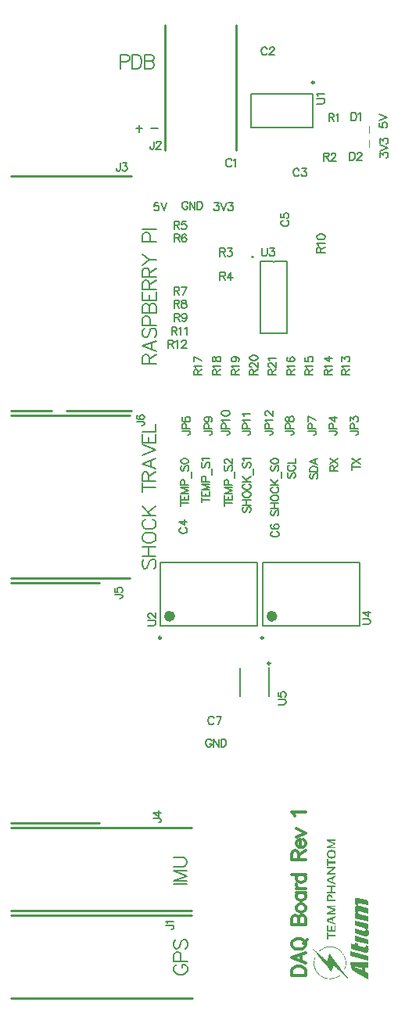
<source format=gto>
G04*
G04 #@! TF.GenerationSoftware,Altium Limited,Altium Designer,20.2.6 (244)*
G04*
G04 Layer_Color=65535*
%FSLAX25Y25*%
%MOIN*%
G70*
G04*
G04 #@! TF.SameCoordinates,F9407C2F-A710-425B-A60E-68E32FB4EAEC*
G04*
G04*
G04 #@! TF.FilePolarity,Positive*
G04*
G01*
G75*
%ADD10C,0.00787*%
%ADD11C,0.00984*%
%ADD12C,0.02362*%
%ADD13C,0.01000*%
%ADD14C,0.00197*%
%ADD15C,0.00620*%
%ADD16C,0.00800*%
%ADD17C,0.01181*%
G36*
X149833Y75215D02*
X149957Y75201D01*
X150066Y75179D01*
X150146Y75164D01*
X150183Y75157D01*
X150205D01*
X150219Y75150D01*
X150226D01*
X153529Y74318D01*
X153689Y74260D01*
X153835Y74187D01*
X153966Y74100D01*
X154076Y74005D01*
X154163Y73918D01*
X154229Y73845D01*
X154251Y73816D01*
X154265Y73801D01*
X154272Y73786D01*
X154280Y73779D01*
X154382Y73619D01*
X154455Y73458D01*
X154506Y73298D01*
X154542Y73159D01*
X154564Y73035D01*
X154571Y72984D01*
Y72941D01*
X154579Y72904D01*
Y71898D01*
X150766Y72853D01*
X150642Y72882D01*
X150540Y72890D01*
X150452D01*
X150380Y72882D01*
X150329Y72868D01*
X150285Y72853D01*
X150263Y72846D01*
X150256Y72839D01*
X150197Y72795D01*
X150161Y72729D01*
X150132Y72664D01*
X150110Y72591D01*
X150095Y72525D01*
X150088Y72474D01*
Y72423D01*
X150095Y72306D01*
X150117Y72204D01*
X150139Y72110D01*
X150168Y72037D01*
X150205Y71971D01*
X150226Y71927D01*
X150248Y71898D01*
X150256Y71891D01*
X150329Y71818D01*
X150409Y71760D01*
X150489Y71709D01*
X150576Y71672D01*
X150649Y71636D01*
X150708Y71614D01*
X150751Y71607D01*
X150759Y71599D01*
X150766D01*
X154579Y70644D01*
Y68494D01*
X150773Y69441D01*
X150649Y69471D01*
X150547Y69485D01*
X150452D01*
X150380Y69478D01*
X150329Y69463D01*
X150285Y69449D01*
X150263Y69441D01*
X150256Y69434D01*
X150197Y69383D01*
X150161Y69325D01*
X150132Y69252D01*
X150110Y69179D01*
X150095Y69113D01*
X150088Y69062D01*
Y69011D01*
X150095Y68902D01*
X150117Y68800D01*
X150139Y68713D01*
X150168Y68640D01*
X150205Y68581D01*
X150226Y68537D01*
X150248Y68508D01*
X150256Y68501D01*
X150329Y68428D01*
X150409Y68370D01*
X150489Y68319D01*
X150576Y68282D01*
X150649Y68253D01*
X150708Y68231D01*
X150751Y68224D01*
X150759Y68217D01*
X150766D01*
X154579Y67255D01*
Y65104D01*
X148805Y66547D01*
Y68720D01*
X149505Y68552D01*
Y68574D01*
X149352Y68705D01*
X149221Y68836D01*
X149111Y68975D01*
X149024Y69099D01*
X148951Y69208D01*
X148922Y69252D01*
X148900Y69288D01*
X148885Y69325D01*
X148871Y69347D01*
X148863Y69361D01*
Y69369D01*
X148790Y69543D01*
X148739Y69726D01*
X148696Y69901D01*
X148674Y70068D01*
X148659Y70141D01*
Y70207D01*
X148652Y70265D01*
X148644Y70316D01*
Y70542D01*
X148652Y70659D01*
X148659Y70761D01*
X148674Y70848D01*
X148681Y70921D01*
X148696Y70972D01*
X148703Y71001D01*
Y71016D01*
X148725Y71111D01*
X148747Y71191D01*
X148776Y71264D01*
X148805Y71330D01*
X148827Y71381D01*
X148849Y71417D01*
X148856Y71439D01*
X148863Y71446D01*
X148907Y71504D01*
X148958Y71556D01*
X149002Y71607D01*
X149046Y71643D01*
X149089Y71672D01*
X149118Y71694D01*
X149140Y71701D01*
X149148Y71709D01*
X149279Y71774D01*
X149344Y71803D01*
X149410Y71825D01*
X149461Y71840D01*
X149505Y71854D01*
X149534Y71862D01*
X149541D01*
X149454Y71935D01*
X149373Y72008D01*
X149301Y72073D01*
X149235Y72139D01*
X149184Y72197D01*
X149148Y72241D01*
X149126Y72270D01*
X149118Y72277D01*
X149053Y72365D01*
X149002Y72452D01*
X148958Y72532D01*
X148914Y72605D01*
X148885Y72671D01*
X148863Y72722D01*
X148856Y72751D01*
X148849Y72766D01*
X148783Y72948D01*
X148754Y73028D01*
X148732Y73108D01*
X148717Y73167D01*
X148703Y73218D01*
X148696Y73254D01*
Y73261D01*
X148666Y73444D01*
X148659Y73531D01*
X148652Y73611D01*
X148644Y73677D01*
Y73910D01*
X148659Y74034D01*
X148666Y74151D01*
X148681Y74253D01*
X148696Y74333D01*
X148710Y74391D01*
X148717Y74428D01*
X148725Y74442D01*
X148754Y74552D01*
X148790Y74647D01*
X148834Y74741D01*
X148871Y74814D01*
X148907Y74872D01*
X148936Y74923D01*
X148958Y74953D01*
X148965Y74960D01*
X149038Y75026D01*
X149118Y75084D01*
X149199Y75128D01*
X149272Y75157D01*
X149344Y75179D01*
X149403Y75201D01*
X149439Y75208D01*
X149446D01*
X149454D01*
X149578Y75222D01*
X149709D01*
X149833Y75215D01*
D02*
G37*
G36*
X154586Y64040D02*
Y61896D01*
X153893Y62064D01*
Y62035D01*
X154039Y61904D01*
X154163Y61772D01*
X154272Y61641D01*
X154360Y61517D01*
X154426Y61408D01*
X154455Y61364D01*
X154476Y61328D01*
X154491Y61291D01*
X154506Y61269D01*
X154513Y61255D01*
Y61247D01*
X154586Y61072D01*
X154637Y60898D01*
X154673Y60723D01*
X154695Y60562D01*
X154710Y60489D01*
Y60424D01*
X154717Y60358D01*
X154724Y60314D01*
Y60074D01*
X154717Y59950D01*
X154702Y59833D01*
X154688Y59738D01*
X154673Y59658D01*
X154666Y59600D01*
X154651Y59563D01*
Y59549D01*
X154615Y59447D01*
X154579Y59352D01*
X154535Y59272D01*
X154491Y59199D01*
X154455Y59148D01*
X154426Y59104D01*
X154404Y59075D01*
X154396Y59068D01*
X154331Y58995D01*
X154258Y58929D01*
X154185Y58886D01*
X154112Y58849D01*
X154039Y58820D01*
X153988Y58805D01*
X153952Y58791D01*
X153937D01*
X153813Y58776D01*
X153689D01*
X153565Y58784D01*
X153441Y58798D01*
X153339Y58820D01*
X153252Y58834D01*
X153223Y58842D01*
X153201D01*
X153186Y58849D01*
X153179D01*
X148805Y59943D01*
Y62093D01*
X152625Y61138D01*
X152749Y61116D01*
X152851Y61102D01*
X152938D01*
X153011Y61116D01*
X153070Y61124D01*
X153106Y61138D01*
X153135Y61145D01*
X153142Y61153D01*
X153201Y61204D01*
X153244Y61262D01*
X153274Y61328D01*
X153296Y61401D01*
X153310Y61459D01*
X153317Y61510D01*
Y61561D01*
X153310Y61678D01*
X153288Y61780D01*
X153259Y61867D01*
X153230Y61940D01*
X153201Y61998D01*
X153172Y62042D01*
X153150Y62071D01*
X153142Y62079D01*
X153070Y62151D01*
X152989Y62210D01*
X152902Y62261D01*
X152814Y62305D01*
X152742Y62334D01*
X152683Y62356D01*
X152639Y62363D01*
X152632Y62370D01*
X152625D01*
X148805Y63332D01*
Y65483D01*
X154586Y64040D01*
D02*
G37*
G36*
Y57515D02*
Y55365D01*
X148805Y56808D01*
Y58966D01*
X154586Y57515D01*
D02*
G37*
G36*
X150102Y55692D02*
Y54789D01*
X152851Y54103D01*
X152931Y54089D01*
X153004D01*
X153062D01*
X153113Y54103D01*
X153150Y54118D01*
X153179Y54132D01*
X153193Y54140D01*
X153201Y54147D01*
X153237Y54198D01*
X153266Y54249D01*
X153281Y54315D01*
X153296Y54380D01*
X153303Y54439D01*
Y54891D01*
X154586Y54570D01*
X154593Y54446D01*
X154601Y54329D01*
X154608Y54227D01*
X154615Y54132D01*
Y54052D01*
X154622Y53987D01*
Y53936D01*
X154630Y53826D01*
Y53615D01*
X154637Y53527D01*
Y53170D01*
X154630Y53010D01*
X154622Y52871D01*
X154608Y52747D01*
X154601Y52653D01*
X154586Y52580D01*
X154579Y52536D01*
Y52521D01*
X154549Y52405D01*
X154520Y52303D01*
X154484Y52215D01*
X154455Y52142D01*
X154426Y52084D01*
X154404Y52047D01*
X154389Y52018D01*
X154382Y52011D01*
X154323Y51946D01*
X154258Y51894D01*
X154185Y51851D01*
X154119Y51822D01*
X154054Y51800D01*
X154003Y51785D01*
X153966Y51778D01*
X153952D01*
X153835Y51771D01*
X153704Y51778D01*
X153580Y51792D01*
X153456Y51814D01*
X153347Y51829D01*
X153266Y51851D01*
X153230Y51858D01*
X153208D01*
X153193Y51865D01*
X153186D01*
X147041Y53418D01*
Y55576D01*
X148805Y55109D01*
Y56013D01*
X150102Y55692D01*
D02*
G37*
G36*
X154586Y50488D02*
Y48330D01*
X146960Y50247D01*
Y52397D01*
X154586Y50488D01*
D02*
G37*
G36*
Y45392D02*
X153259Y45465D01*
Y43613D01*
X154579Y43030D01*
X154586Y40551D01*
X148477Y43824D01*
X148353Y43897D01*
X148244Y43977D01*
X148134Y44058D01*
X148047Y44123D01*
X147974Y44189D01*
X147915Y44233D01*
X147886Y44262D01*
X147872Y44276D01*
X147770Y44378D01*
X147682Y44480D01*
X147602Y44575D01*
X147529Y44663D01*
X147478Y44743D01*
X147434Y44801D01*
X147405Y44838D01*
X147398Y44852D01*
X147325Y44976D01*
X147267Y45093D01*
X147208Y45210D01*
X147165Y45319D01*
X147128Y45406D01*
X147106Y45479D01*
X147099Y45501D01*
X147092Y45523D01*
X147084Y45530D01*
Y45537D01*
X147048Y45676D01*
X147019Y45815D01*
X146997Y45946D01*
X146982Y46062D01*
X146968Y46165D01*
Y46245D01*
X146960Y46274D01*
Y47593D01*
X154586Y47878D01*
Y45392D01*
D02*
G37*
G36*
X140610Y99484D02*
X138015D01*
X140610Y98478D01*
Y97894D01*
X138015Y96874D01*
X140610D01*
Y96232D01*
X136892D01*
Y96947D01*
X139706Y98201D01*
X136892Y99440D01*
Y100125D01*
X140610D01*
Y99484D01*
D02*
G37*
G36*
X139079Y95561D02*
X139283Y95532D01*
X139517Y95474D01*
X139750Y95401D01*
X139969Y95284D01*
X140173Y95124D01*
X140187Y95109D01*
X140246Y95037D01*
X140319Y94935D01*
X140406Y94774D01*
X140493Y94585D01*
X140566Y94351D01*
X140625Y94074D01*
X140639Y93754D01*
Y93666D01*
X140625Y93608D01*
X140610Y93447D01*
X140581Y93243D01*
X140523Y93025D01*
X140435Y92806D01*
X140333Y92587D01*
X140173Y92383D01*
X140144Y92369D01*
X140085Y92310D01*
X139969Y92237D01*
X139808Y92150D01*
X139619Y92062D01*
X139371Y91975D01*
X139094Y91917D01*
X138758Y91887D01*
X138744D01*
X138715D01*
X138671D01*
X138598Y91902D01*
X138438Y91917D01*
X138233Y91946D01*
X138000Y92004D01*
X137767Y92092D01*
X137548Y92194D01*
X137359Y92354D01*
X137344Y92383D01*
X137286Y92441D01*
X137213Y92558D01*
X137111Y92704D01*
X137023Y92908D01*
X136951Y93141D01*
X136892Y93433D01*
X136878Y93754D01*
Y93899D01*
X136907Y94060D01*
X136936Y94264D01*
X136994Y94483D01*
X137082Y94716D01*
X137198Y94935D01*
X137359Y95124D01*
X137373Y95139D01*
X137446Y95197D01*
X137548Y95270D01*
X137709Y95357D01*
X137898Y95445D01*
X138146Y95518D01*
X138423Y95576D01*
X138758Y95591D01*
X138773D01*
X138802D01*
X138846D01*
X138904D01*
X139079Y95561D01*
D02*
G37*
G36*
X137490Y90575D02*
X140610D01*
Y89875D01*
X137490D01*
Y88811D01*
X136892D01*
Y91625D01*
X137490D01*
Y90575D01*
D02*
G37*
G36*
X140610Y87747D02*
X137855Y85778D01*
X140610D01*
Y85108D01*
X136892D01*
Y85808D01*
X139604Y87761D01*
X136892D01*
Y88417D01*
X140610D01*
Y87747D01*
D02*
G37*
G36*
Y83927D02*
X139604Y83504D01*
Y82265D01*
X139006Y82512D01*
Y83256D01*
X137607Y82673D01*
X140610Y81448D01*
Y80748D01*
X136892Y82308D01*
Y83052D01*
X140610Y84670D01*
Y83927D01*
D02*
G37*
G36*
Y79611D02*
X139035D01*
Y77774D01*
X140610D01*
Y77089D01*
X136892D01*
Y77774D01*
X138438D01*
Y79611D01*
X136892D01*
Y80282D01*
X140610D01*
Y79611D01*
D02*
G37*
G36*
X138146Y76622D02*
X138263Y76593D01*
X138409Y76535D01*
X138569Y76476D01*
X138715Y76374D01*
X138860Y76243D01*
X138875Y76228D01*
X138919Y76170D01*
X138977Y76083D01*
X139050Y75951D01*
X139123Y75791D01*
X139196Y75587D01*
X139269Y75354D01*
X139313Y75077D01*
X138715Y74975D01*
Y74989D01*
X138700Y75047D01*
X138671Y75135D01*
X138642Y75237D01*
X138554Y75470D01*
X138496Y75572D01*
X138438Y75674D01*
X138423Y75689D01*
X138409Y75718D01*
X138365Y75747D01*
X138306Y75806D01*
X138161Y75879D01*
X138073Y75908D01*
X137971Y75922D01*
X137957D01*
X137927D01*
X137840Y75908D01*
X137738Y75879D01*
X137636Y75806D01*
X137621Y75791D01*
X137577Y75718D01*
X137534Y75616D01*
X137519Y75456D01*
Y74523D01*
X140610D01*
Y73837D01*
X136892D01*
Y75587D01*
X136907Y75689D01*
X136921Y75820D01*
X136951Y75951D01*
X137009Y76097D01*
X137067Y76228D01*
X137155Y76345D01*
X137169Y76360D01*
X137198Y76389D01*
X137271Y76433D01*
X137344Y76491D01*
X137461Y76549D01*
X137592Y76593D01*
X137752Y76622D01*
X137942Y76637D01*
X137971D01*
X138029D01*
X138146Y76622D01*
D02*
G37*
G36*
X140610Y71257D02*
X138015D01*
X140610Y70236D01*
Y69653D01*
X138015Y68632D01*
X140610D01*
Y67991D01*
X136892D01*
Y68720D01*
X139706Y69959D01*
X136892Y71198D01*
Y71884D01*
X140610D01*
Y71257D01*
D02*
G37*
G36*
Y66810D02*
X139604Y66387D01*
Y65148D01*
X139006Y65381D01*
Y66139D01*
X137607Y65556D01*
X140610Y64317D01*
Y63631D01*
X136892Y65191D01*
Y65935D01*
X140610Y67553D01*
Y66810D01*
D02*
G37*
G36*
Y60745D02*
X136892D01*
Y63281D01*
X137490D01*
Y61415D01*
X138423D01*
Y63179D01*
X139035D01*
Y61415D01*
X140012D01*
Y63311D01*
X140610D01*
Y60745D01*
D02*
G37*
G36*
X137490Y59272D02*
X140610D01*
Y58601D01*
X137490D01*
Y57537D01*
X136892D01*
Y60351D01*
X137490D01*
Y59272D01*
D02*
G37*
G36*
X138481Y54402D02*
X138831Y54373D01*
X139225Y54329D01*
X139648Y54242D01*
X140071Y54140D01*
X140085D01*
X140114Y54125D01*
X140187Y54111D01*
X140260Y54081D01*
X140362Y54038D01*
X140479Y53994D01*
X140610Y53950D01*
X140756Y53892D01*
X141077Y53746D01*
X141441Y53557D01*
X141806Y53352D01*
X142170Y53105D01*
X142185Y53090D01*
X142214Y53075D01*
X142258Y53032D01*
X142331Y52988D01*
X142403Y52915D01*
X142506Y52842D01*
X142724Y52638D01*
X142987Y52405D01*
X143264Y52113D01*
X143541Y51792D01*
X143803Y51442D01*
X143818Y51428D01*
X143832Y51399D01*
X143861Y51340D01*
X143920Y51267D01*
X143978Y51180D01*
X144036Y51078D01*
X144109Y50947D01*
X144182Y50815D01*
X144343Y50495D01*
X144503Y50145D01*
X144663Y49751D01*
X144794Y49328D01*
Y49314D01*
X144809Y49255D01*
X144838Y49168D01*
X144867Y49051D01*
X144897Y48906D01*
X144926Y48745D01*
X144984Y48410D01*
Y48395D01*
X144999Y48337D01*
Y48235D01*
X145013Y48118D01*
X145028Y47987D01*
Y47827D01*
X145042Y47477D01*
Y47360D01*
X145028Y47229D01*
Y47054D01*
X145013Y46850D01*
X144984Y46617D01*
X144955Y46383D01*
X144911Y46121D01*
Y46092D01*
X144882Y46004D01*
X144853Y45873D01*
X144809Y45698D01*
X144751Y45494D01*
X144678Y45275D01*
X144503Y44809D01*
X144226Y44925D01*
Y44940D01*
X144240Y44969D01*
X144270Y45027D01*
X144299Y45115D01*
X144328Y45217D01*
X144372Y45319D01*
X144415Y45450D01*
X144459Y45610D01*
X144547Y45931D01*
X144634Y46310D01*
X144693Y46704D01*
X144736Y47112D01*
Y47652D01*
X144722Y47812D01*
X144707Y48133D01*
X144663Y48497D01*
X144590Y48891D01*
X144503Y49285D01*
Y49299D01*
X144488Y49328D01*
X144474Y49387D01*
X144445Y49460D01*
X144415Y49562D01*
X144372Y49664D01*
X144270Y49926D01*
X144138Y50232D01*
X143978Y50568D01*
X143789Y50918D01*
X143570Y51267D01*
X143555Y51282D01*
X143541Y51311D01*
X143511Y51355D01*
X143453Y51428D01*
X143395Y51501D01*
X143322Y51588D01*
X143132Y51807D01*
X142899Y52069D01*
X142637Y52332D01*
X142331Y52609D01*
X141981Y52871D01*
X141966Y52886D01*
X141937Y52900D01*
X141893Y52930D01*
X141820Y52988D01*
X141733Y53032D01*
X141631Y53105D01*
X141514Y53177D01*
X141383Y53250D01*
X141077Y53411D01*
X140727Y53571D01*
X140348Y53732D01*
X139954Y53863D01*
X139939D01*
X139910Y53877D01*
X139852Y53892D01*
X139764Y53907D01*
X139677Y53936D01*
X139560Y53950D01*
X139429Y53979D01*
X139283Y54009D01*
X138948Y54052D01*
X138584Y54096D01*
X138204Y54111D01*
X137796D01*
X137782D01*
X137752D01*
X137694D01*
X137607Y54096D01*
X137519Y54081D01*
X137402D01*
X137271Y54052D01*
X137126Y54038D01*
X136805Y53979D01*
X136440Y53892D01*
X136061Y53790D01*
X135668Y53644D01*
X135653D01*
X135624Y53629D01*
X135565Y53600D01*
X135493Y53571D01*
X135390Y53527D01*
X135288Y53469D01*
X135026Y53338D01*
X134734Y53177D01*
X134414Y52973D01*
X134078Y52740D01*
X133743Y52463D01*
X133539Y52696D01*
X133553Y52711D01*
X133582Y52725D01*
X133626Y52769D01*
X133685Y52828D01*
X133772Y52886D01*
X133874Y52959D01*
X133976Y53046D01*
X134107Y53134D01*
X134399Y53338D01*
X134720Y53527D01*
X135099Y53732D01*
X135493Y53907D01*
X135507D01*
X135536Y53921D01*
X135595Y53950D01*
X135682Y53979D01*
X135784Y54009D01*
X135901Y54052D01*
X136032Y54096D01*
X136178Y54140D01*
X136513Y54227D01*
X136892Y54300D01*
X137300Y54373D01*
X137738Y54417D01*
X137752D01*
X137796D01*
X137855D01*
X137942D01*
X138044D01*
X138175D01*
X138321D01*
X138481Y54402D01*
D02*
G37*
G36*
X130521Y53921D02*
X130535Y53907D01*
X130579Y53863D01*
X130637Y53819D01*
X130798Y53673D01*
X131002Y53498D01*
X131235Y53280D01*
X131512Y53046D01*
X131789Y52784D01*
X132095Y52521D01*
X132110Y52507D01*
X132124Y52492D01*
X132168Y52448D01*
X132227Y52405D01*
X132387Y52259D01*
X132591Y52069D01*
X132839Y51865D01*
X133116Y51617D01*
X133393Y51355D01*
X133699Y51092D01*
X133714Y51078D01*
X133728Y51063D01*
X133772Y51020D01*
X133830Y50976D01*
X133991Y50830D01*
X134195Y50640D01*
X134443Y50422D01*
X134720Y50189D01*
X135011Y49926D01*
X135318Y49649D01*
X135332Y49635D01*
X135347Y49620D01*
X135390Y49576D01*
X135449Y49532D01*
X135609Y49387D01*
X135813Y49197D01*
X136061Y48978D01*
X136338Y48745D01*
X136615Y48483D01*
X136921Y48206D01*
Y48220D01*
X136936Y48249D01*
X136951Y48293D01*
X136965Y48351D01*
X136980Y48424D01*
X137009Y48512D01*
X137067Y48731D01*
X137140Y48993D01*
X137213Y49270D01*
X137300Y49576D01*
X137388Y49897D01*
Y49911D01*
X137402Y49941D01*
Y49984D01*
X137432Y50043D01*
X137446Y50116D01*
X137475Y50203D01*
X137519Y50422D01*
X137592Y50684D01*
X137665Y50976D01*
X137752Y51282D01*
X137840Y51603D01*
X137855Y51588D01*
X137884Y51544D01*
X137942Y51472D01*
X138015Y51370D01*
X138102Y51238D01*
X138219Y51092D01*
X138336Y50932D01*
X138481Y50743D01*
X138627Y50538D01*
X138788Y50320D01*
X139137Y49853D01*
X139517Y49358D01*
X139910Y48847D01*
X139925Y48833D01*
X139954Y48789D01*
X140012Y48716D01*
X140085Y48614D01*
X140187Y48483D01*
X140289Y48337D01*
X140420Y48177D01*
X140552Y47987D01*
X140712Y47797D01*
X140873Y47579D01*
X141222Y47112D01*
X141587Y46617D01*
X141981Y46106D01*
X141995Y46092D01*
X142024Y46048D01*
X142083Y45975D01*
X142156Y45873D01*
X142243Y45756D01*
X142360Y45610D01*
X142476Y45436D01*
X142622Y45261D01*
X142768Y45056D01*
X142928Y44852D01*
X143278Y44386D01*
X143643Y43890D01*
X144022Y43380D01*
X144036Y43365D01*
X144065Y43321D01*
X144124Y43249D01*
X144197Y43146D01*
X144284Y43015D01*
X144401Y42869D01*
X144518Y42709D01*
X144663Y42520D01*
X144809Y42330D01*
X144969Y42111D01*
X145319Y41645D01*
X145684Y41164D01*
X146063Y40653D01*
X146048Y40639D01*
X146019Y40624D01*
X146005D01*
X145990D01*
X145975Y40639D01*
X145961Y40653D01*
X145917Y40697D01*
X145859Y40755D01*
X145698Y40887D01*
X145494Y41076D01*
X145261Y41295D01*
X144999Y41543D01*
X144722Y41805D01*
X144430Y42082D01*
X144415Y42097D01*
X144401Y42111D01*
X144357Y42155D01*
X144299Y42213D01*
X144138Y42344D01*
X143934Y42534D01*
X143701Y42753D01*
X143439Y43001D01*
X143162Y43263D01*
X142870Y43540D01*
X142855Y43555D01*
X142841Y43569D01*
X142797Y43613D01*
X142739Y43671D01*
X142578Y43817D01*
X142374Y44007D01*
X142141Y44225D01*
X141864Y44488D01*
X141572Y44750D01*
X141281Y45027D01*
X141266Y45042D01*
X141252Y45056D01*
X141208Y45100D01*
X141149Y45158D01*
X140989Y45304D01*
X140785Y45479D01*
X140552Y45713D01*
X140275Y45960D01*
X139983Y46223D01*
X139691Y46500D01*
Y46485D01*
X139677Y46471D01*
X139648Y46383D01*
X139604Y46237D01*
X139546Y46062D01*
X139473Y45844D01*
X139385Y45610D01*
X139313Y45363D01*
X139225Y45100D01*
Y45086D01*
X139210Y45071D01*
X139181Y44984D01*
X139137Y44852D01*
X139079Y44663D01*
X139006Y44459D01*
X138919Y44225D01*
X138831Y43963D01*
X138744Y43701D01*
X138729Y43715D01*
X138700Y43759D01*
X138642Y43832D01*
X138569Y43919D01*
X138467Y44036D01*
X138350Y44182D01*
X138233Y44342D01*
X138088Y44502D01*
X137927Y44692D01*
X137767Y44896D01*
X137417Y45333D01*
X137038Y45785D01*
X136644Y46266D01*
X136630Y46281D01*
X136601Y46325D01*
X136542Y46398D01*
X136469Y46485D01*
X136367Y46602D01*
X136265Y46733D01*
X136134Y46894D01*
X136003Y47068D01*
X135842Y47258D01*
X135682Y47447D01*
X135332Y47885D01*
X134953Y48351D01*
X134574Y48818D01*
X134559Y48833D01*
X134530Y48876D01*
X134472Y48949D01*
X134399Y49037D01*
X134297Y49153D01*
X134180Y49285D01*
X134064Y49445D01*
X133918Y49620D01*
X133772Y49810D01*
X133597Y49999D01*
X133247Y50436D01*
X132868Y50903D01*
X132489Y51370D01*
X132474Y51384D01*
X132445Y51428D01*
X132387Y51501D01*
X132314Y51588D01*
X132212Y51705D01*
X132110Y51836D01*
X131979Y51996D01*
X131848Y52157D01*
X131687Y52346D01*
X131527Y52551D01*
X131177Y52973D01*
X130798Y53440D01*
X130419Y53907D01*
X130433Y53921D01*
X130462D01*
X130477Y53936D01*
X130506D01*
X130521Y53921D01*
D02*
G37*
G36*
X131935Y49882D02*
Y49868D01*
X131920Y49839D01*
X131891Y49780D01*
X131877Y49693D01*
X131833Y49605D01*
X131804Y49489D01*
X131760Y49358D01*
X131731Y49212D01*
X131643Y48891D01*
X131570Y48526D01*
X131527Y48133D01*
X131498Y47725D01*
Y47331D01*
X131512Y47200D01*
Y47054D01*
X131541Y46718D01*
X131585Y46369D01*
X131658Y45990D01*
X131760Y45596D01*
Y45581D01*
X131775Y45552D01*
X131789Y45494D01*
X131818Y45421D01*
X131848Y45333D01*
X131891Y45231D01*
X131993Y44969D01*
X132124Y44677D01*
X132285Y44357D01*
X132474Y44021D01*
X132693Y43671D01*
Y43657D01*
X132722Y43628D01*
X132752Y43584D01*
X132810Y43525D01*
X132941Y43350D01*
X133131Y43146D01*
X133349Y42899D01*
X133626Y42636D01*
X133918Y42374D01*
X134253Y42111D01*
X134268D01*
X134297Y42082D01*
X134341Y42053D01*
X134414Y42009D01*
X134501Y41951D01*
X134589Y41892D01*
X134705Y41820D01*
X134836Y41747D01*
X135128Y41586D01*
X135463Y41426D01*
X135828Y41266D01*
X136222Y41134D01*
X136236D01*
X136265Y41120D01*
X136324Y41105D01*
X136411Y41091D01*
X136498Y41061D01*
X136615Y41032D01*
X136746Y41018D01*
X136892Y40989D01*
X137213Y40930D01*
X137563Y40887D01*
X137957Y40857D01*
X138350D01*
X138365D01*
X138394D01*
X138452D01*
X138525Y40872D01*
X138627Y40887D01*
X138744D01*
X138875Y40901D01*
X139006Y40930D01*
X139327Y40974D01*
X139691Y41061D01*
X140056Y41149D01*
X140450Y41280D01*
X140464D01*
X140493Y41295D01*
X140552Y41324D01*
X140625Y41353D01*
X140712Y41397D01*
X140829Y41441D01*
X141077Y41572D01*
X141368Y41718D01*
X141689Y41907D01*
X142024Y42140D01*
X142360Y42388D01*
X142535Y42140D01*
X142549D01*
X142535Y42126D01*
X142506Y42111D01*
X142462Y42068D01*
X142389Y42024D01*
X142301Y41951D01*
X142199Y41878D01*
X142083Y41805D01*
X141951Y41718D01*
X141660Y41528D01*
X141324Y41339D01*
X140945Y41149D01*
X140552Y40989D01*
X140537D01*
X140508Y40974D01*
X140450Y40959D01*
X140362Y40930D01*
X140275Y40901D01*
X140158Y40857D01*
X140027Y40828D01*
X139881Y40784D01*
X139546Y40712D01*
X139181Y40639D01*
X138788Y40580D01*
X138365Y40551D01*
X138350D01*
X138321D01*
X138248D01*
X138175D01*
X138073D01*
X137957Y40566D01*
X137811D01*
X137665Y40580D01*
X137330Y40609D01*
X136951Y40668D01*
X136542Y40741D01*
X136134Y40843D01*
X136119D01*
X136090Y40857D01*
X136032Y40872D01*
X135944Y40901D01*
X135857Y40945D01*
X135740Y40974D01*
X135609Y41032D01*
X135463Y41091D01*
X135143Y41236D01*
X134793Y41397D01*
X134428Y41616D01*
X134064Y41849D01*
X134049Y41863D01*
X134020Y41878D01*
X133976Y41922D01*
X133903Y41980D01*
X133816Y42038D01*
X133728Y42126D01*
X133495Y42315D01*
X133247Y42563D01*
X132985Y42840D01*
X132708Y43161D01*
X132460Y43496D01*
X132445Y43511D01*
X132431Y43540D01*
X132402Y43598D01*
X132343Y43657D01*
X132299Y43744D01*
X132227Y43846D01*
X132154Y43977D01*
X132081Y44109D01*
X131920Y44400D01*
X131760Y44750D01*
X131600Y45115D01*
X131468Y45508D01*
Y45523D01*
X131454Y45552D01*
X131439Y45610D01*
X131425Y45698D01*
X131395Y45800D01*
X131366Y45917D01*
X131337Y46048D01*
X131308Y46194D01*
X131250Y46529D01*
X131206Y46908D01*
X131177Y47316D01*
Y47856D01*
X131191Y47929D01*
X131206Y48031D01*
Y48162D01*
X131235Y48293D01*
X131250Y48454D01*
X131308Y48789D01*
X131395Y49168D01*
X131512Y49576D01*
X131658Y49984D01*
X131935Y49882D01*
D02*
G37*
%LPC*%
G36*
X148623Y45727D02*
X151801Y44254D01*
Y45545D01*
X148623Y45727D01*
D02*
G37*
G36*
X138744Y94876D02*
X138729D01*
X138715D01*
X138642D01*
X138525Y94862D01*
X138394Y94847D01*
X138233Y94803D01*
X138073Y94760D01*
X137927Y94687D01*
X137796Y94585D01*
X137782Y94570D01*
X137738Y94526D01*
X137694Y94468D01*
X137621Y94380D01*
X137563Y94264D01*
X137519Y94118D01*
X137475Y93943D01*
X137461Y93754D01*
Y93651D01*
X137475Y93550D01*
X137504Y93433D01*
X137548Y93287D01*
X137607Y93141D01*
X137680Y92995D01*
X137796Y92879D01*
X137811Y92864D01*
X137855Y92835D01*
X137927Y92791D01*
X138029Y92748D01*
X138175Y92689D01*
X138336Y92646D01*
X138525Y92616D01*
X138744Y92602D01*
X138773D01*
X138846D01*
X138962Y92616D01*
X139108Y92631D01*
X139254Y92675D01*
X139415Y92718D01*
X139575Y92791D01*
X139706Y92879D01*
X139721Y92893D01*
X139750Y92937D01*
X139808Y92995D01*
X139866Y93098D01*
X139925Y93214D01*
X139983Y93375D01*
X140012Y93550D01*
X140027Y93754D01*
Y93841D01*
X140012Y93943D01*
X139983Y94060D01*
X139954Y94206D01*
X139896Y94337D01*
X139808Y94468D01*
X139706Y94585D01*
X139691Y94599D01*
X139648Y94628D01*
X139575Y94672D01*
X139458Y94731D01*
X139327Y94789D01*
X139167Y94832D01*
X138962Y94862D01*
X138744Y94876D01*
D02*
G37*
%LPD*%
D10*
X105547Y348232D02*
G03*
X105547Y348232I-315J0D01*
G01*
X113494Y346378D02*
G03*
X114774Y346378I640J0D01*
G01*
X108563D02*
X113494D01*
X114774D02*
X119705D01*
Y315669D02*
Y346378D01*
X108563Y315669D02*
X119705D01*
X108563D02*
Y346378D01*
X104526Y417814D02*
X130904D01*
X104526Y403247D02*
X130904D01*
Y417814D01*
X104526Y403247D02*
Y417814D01*
X107150Y191220D02*
Y217992D01*
X65811Y191220D02*
Y217992D01*
X107150D01*
X65811Y191220D02*
X107150D01*
X150732Y191181D02*
Y217953D01*
X109394Y191181D02*
Y217953D01*
X150732D01*
X109394Y191181D02*
X150732D01*
X112095Y160895D02*
Y173296D01*
X99891Y160895D02*
Y173099D01*
D11*
X131396Y422637D02*
G03*
X131396Y422637I-492J0D01*
G01*
X66126Y185906D02*
G03*
X66126Y185906I-492J0D01*
G01*
X109709Y185866D02*
G03*
X109709Y185866I-492J0D01*
G01*
X112587Y175068D02*
G03*
X112587Y175068I-492J0D01*
G01*
D12*
X70929Y195158D02*
G03*
X70929Y195158I-1181J0D01*
G01*
X114512Y195118D02*
G03*
X114512Y195118I-1181J0D01*
G01*
D13*
X98000Y393750D02*
Y446900D01*
X67900Y393750D02*
Y446900D01*
X2047Y67716D02*
X66220D01*
Y32283D02*
X79331D01*
X66220Y67716D02*
X79213D01*
X66181Y105118D02*
X79173D01*
X66181Y69685D02*
X79291D01*
X2047Y32283D02*
X66220D01*
X2008Y69685D02*
X66181D01*
X2047Y105118D02*
X66181D01*
X2008Y107087D02*
X39685D01*
X2008Y209449D02*
X39646D01*
X2047Y382598D02*
X53504D01*
X2008Y282638D02*
X19370D01*
X25709Y282677D02*
X53504D01*
X2047Y280669D02*
X52874D01*
X2008Y211457D02*
X52874D01*
D14*
X154889Y395126D02*
Y398079D01*
X154928Y401114D02*
Y404067D01*
D15*
X71675Y335500D02*
Y332100D01*
Y335500D02*
X73132D01*
X73617Y335338D01*
X73779Y335176D01*
X73941Y334852D01*
Y334528D01*
X73779Y334205D01*
X73617Y334043D01*
X73132Y333881D01*
X71675D01*
X72808D02*
X73941Y332100D01*
X76968Y335500D02*
X75349Y332100D01*
X74702Y335500D02*
X76968D01*
X109075Y352093D02*
Y349665D01*
X109237Y349180D01*
X109561Y348856D01*
X110047Y348694D01*
X110370D01*
X110856Y348856D01*
X111180Y349180D01*
X111342Y349665D01*
Y352093D01*
X112604D02*
X114385D01*
X113414Y350798D01*
X113899D01*
X114223Y350637D01*
X114385Y350475D01*
X114547Y349989D01*
Y349665D01*
X114385Y349180D01*
X114061Y348856D01*
X113575Y348694D01*
X113090D01*
X112604Y348856D01*
X112442Y349018D01*
X112280Y349342D01*
X62828Y108961D02*
X65418D01*
X65903Y108800D01*
X66065Y108638D01*
X66227Y108314D01*
Y107990D01*
X66065Y107667D01*
X65903Y107505D01*
X65418Y107343D01*
X65094D01*
X62828Y111454D02*
X65094Y109836D01*
Y112264D01*
X62828Y111454D02*
X66227D01*
X87689Y142080D02*
X87527Y142403D01*
X87204Y142727D01*
X86880Y142889D01*
X86233D01*
X85909Y142727D01*
X85585Y142403D01*
X85423Y142080D01*
X85261Y141594D01*
Y140785D01*
X85423Y140299D01*
X85585Y139975D01*
X85909Y139652D01*
X86233Y139490D01*
X86880D01*
X87204Y139652D01*
X87527Y139975D01*
X87689Y140299D01*
Y140785D01*
X86880D02*
X87689D01*
X88466Y142889D02*
Y139490D01*
Y142889D02*
X90733Y139490D01*
Y142889D02*
Y139490D01*
X91671Y142889D02*
Y139490D01*
Y142889D02*
X92804D01*
X93290Y142727D01*
X93614Y142403D01*
X93776Y142080D01*
X93937Y141594D01*
Y140785D01*
X93776Y140299D01*
X93614Y139975D01*
X93290Y139652D01*
X92804Y139490D01*
X91671D01*
X77539Y371080D02*
X77377Y371403D01*
X77054Y371727D01*
X76730Y371889D01*
X76082D01*
X75759Y371727D01*
X75435Y371403D01*
X75273Y371080D01*
X75111Y370594D01*
Y369785D01*
X75273Y369299D01*
X75435Y368975D01*
X75759Y368652D01*
X76082Y368490D01*
X76730D01*
X77054Y368652D01*
X77377Y368975D01*
X77539Y369299D01*
Y369785D01*
X76730D02*
X77539D01*
X78316Y371889D02*
Y368490D01*
Y371889D02*
X80582Y368490D01*
Y371889D02*
Y368490D01*
X81521Y371889D02*
Y368490D01*
Y371889D02*
X82654D01*
X83140Y371727D01*
X83464Y371403D01*
X83626Y371080D01*
X83788Y370594D01*
Y369785D01*
X83626Y369299D01*
X83464Y368975D01*
X83140Y368652D01*
X82654Y368490D01*
X81521D01*
X159431Y390794D02*
Y392574D01*
X160726Y391603D01*
Y392089D01*
X160888Y392412D01*
X161049Y392574D01*
X161535Y392736D01*
X161859D01*
X162344Y392574D01*
X162668Y392251D01*
X162830Y391765D01*
Y391279D01*
X162668Y390794D01*
X162506Y390632D01*
X162182Y390470D01*
X159431Y393497D02*
X162830Y394792D01*
X159431Y396087D02*
X162830Y394792D01*
X159431Y396848D02*
Y398628D01*
X160726Y397657D01*
Y398143D01*
X160888Y398466D01*
X161049Y398628D01*
X161535Y398790D01*
X161859D01*
X162344Y398628D01*
X162668Y398305D01*
X162830Y397819D01*
Y397333D01*
X162668Y396848D01*
X162506Y396686D01*
X162182Y396524D01*
X159181Y405262D02*
Y403644D01*
X160638Y403482D01*
X160476Y403644D01*
X160314Y404129D01*
Y404615D01*
X160476Y405101D01*
X160799Y405424D01*
X161285Y405586D01*
X161609D01*
X162094Y405424D01*
X162418Y405101D01*
X162580Y404615D01*
Y404129D01*
X162418Y403644D01*
X162256Y403482D01*
X161933Y403320D01*
X159181Y406347D02*
X162580Y407642D01*
X159181Y408937D02*
X162580Y407642D01*
X74498Y243248D02*
X77897D01*
X74498Y242115D02*
Y244381D01*
Y246890D02*
Y244786D01*
X77897D01*
Y246890D01*
X76116Y244786D02*
Y246081D01*
X74498Y247457D02*
X77897D01*
X74498D02*
X77897Y248752D01*
X74498Y250047D02*
X77897Y248752D01*
X74498Y250047D02*
X77897D01*
X76278Y251018D02*
Y252475D01*
X76116Y252961D01*
X75955Y253122D01*
X75631Y253284D01*
X75145D01*
X74821Y253122D01*
X74660Y252961D01*
X74498Y252475D01*
Y251018D01*
X77897D01*
X79030Y254045D02*
Y256635D01*
X74983Y259338D02*
X74660Y259015D01*
X74498Y258529D01*
Y257881D01*
X74660Y257396D01*
X74983Y257072D01*
X75307D01*
X75631Y257234D01*
X75793Y257396D01*
X75955Y257720D01*
X76278Y258691D01*
X76440Y259015D01*
X76602Y259176D01*
X76926Y259338D01*
X77411D01*
X77735Y259015D01*
X77897Y258529D01*
Y257881D01*
X77735Y257396D01*
X77411Y257072D01*
X74498Y261070D02*
X74660Y260585D01*
X75145Y260261D01*
X75955Y260099D01*
X76440D01*
X77249Y260261D01*
X77735Y260585D01*
X77897Y261070D01*
Y261394D01*
X77735Y261880D01*
X77249Y262203D01*
X76440Y262365D01*
X75955D01*
X75145Y262203D01*
X74660Y261880D01*
X74498Y261394D01*
Y261070D01*
X83398Y244705D02*
X86797D01*
X83398Y243572D02*
Y245838D01*
Y248347D02*
Y246243D01*
X86797D01*
Y248347D01*
X85016Y246243D02*
Y247538D01*
X83398Y248914D02*
X86797D01*
X83398D02*
X86797Y250209D01*
X83398Y251504D02*
X86797Y250209D01*
X83398Y251504D02*
X86797D01*
X85178Y252475D02*
Y253932D01*
X85016Y254417D01*
X84855Y254579D01*
X84531Y254741D01*
X84045D01*
X83721Y254579D01*
X83560Y254417D01*
X83398Y253932D01*
Y252475D01*
X86797D01*
X87930Y255502D02*
Y258092D01*
X83883Y260795D02*
X83560Y260471D01*
X83398Y259986D01*
Y259338D01*
X83560Y258853D01*
X83883Y258529D01*
X84207D01*
X84531Y258691D01*
X84693Y258853D01*
X84855Y259176D01*
X85178Y260148D01*
X85340Y260471D01*
X85502Y260633D01*
X85826Y260795D01*
X86311D01*
X86635Y260471D01*
X86797Y259986D01*
Y259338D01*
X86635Y258853D01*
X86311Y258529D01*
X84045Y261556D02*
X83883Y261880D01*
X83398Y262365D01*
X86797D01*
X93098Y243248D02*
X96497D01*
X93098Y242115D02*
Y244381D01*
Y246890D02*
Y244786D01*
X96497D01*
Y246890D01*
X94716Y244786D02*
Y246081D01*
X93098Y247457D02*
X96497D01*
X93098D02*
X96497Y248752D01*
X93098Y250047D02*
X96497Y248752D01*
X93098Y250047D02*
X96497D01*
X94878Y251018D02*
Y252475D01*
X94716Y252961D01*
X94555Y253122D01*
X94231Y253284D01*
X93745D01*
X93421Y253122D01*
X93260Y252961D01*
X93098Y252475D01*
Y251018D01*
X96497D01*
X97630Y254045D02*
Y256635D01*
X93583Y259338D02*
X93260Y259015D01*
X93098Y258529D01*
Y257881D01*
X93260Y257396D01*
X93583Y257072D01*
X93907D01*
X94231Y257234D01*
X94393Y257396D01*
X94555Y257720D01*
X94878Y258691D01*
X95040Y259015D01*
X95202Y259176D01*
X95526Y259338D01*
X96011D01*
X96335Y259015D01*
X96497Y258529D01*
Y257881D01*
X96335Y257396D01*
X96011Y257072D01*
X93907Y260261D02*
X93745D01*
X93421Y260423D01*
X93260Y260585D01*
X93098Y260908D01*
Y261556D01*
X93260Y261880D01*
X93421Y262041D01*
X93745Y262203D01*
X94069D01*
X94393Y262041D01*
X94878Y261718D01*
X96497Y260099D01*
Y262365D01*
X101433Y241743D02*
X101110Y241419D01*
X100948Y240934D01*
Y240286D01*
X101110Y239801D01*
X101433Y239477D01*
X101757D01*
X102081Y239639D01*
X102243Y239801D01*
X102404Y240124D01*
X102728Y241095D01*
X102890Y241419D01*
X103052Y241581D01*
X103376Y241743D01*
X103861D01*
X104185Y241419D01*
X104347Y240934D01*
Y240286D01*
X104185Y239801D01*
X103861Y239477D01*
X100948Y242504D02*
X104347D01*
X100948Y244770D02*
X104347D01*
X102566Y242504D02*
Y244770D01*
X100948Y246680D02*
X101110Y246356D01*
X101433Y246033D01*
X101757Y245871D01*
X102243Y245709D01*
X103052D01*
X103538Y245871D01*
X103861Y246033D01*
X104185Y246356D01*
X104347Y246680D01*
Y247327D01*
X104185Y247651D01*
X103861Y247975D01*
X103538Y248137D01*
X103052Y248299D01*
X102243D01*
X101757Y248137D01*
X101433Y247975D01*
X101110Y247651D01*
X100948Y247327D01*
Y246680D01*
X101757Y251520D02*
X101433Y251358D01*
X101110Y251034D01*
X100948Y250711D01*
Y250063D01*
X101110Y249739D01*
X101433Y249416D01*
X101757Y249254D01*
X102243Y249092D01*
X103052D01*
X103538Y249254D01*
X103861Y249416D01*
X104185Y249739D01*
X104347Y250063D01*
Y250711D01*
X104185Y251034D01*
X103861Y251358D01*
X103538Y251520D01*
X100948Y252475D02*
X104347D01*
X100948Y254741D02*
X103214Y252475D01*
X102404Y253284D02*
X104347Y254741D01*
X105480Y255502D02*
Y258092D01*
X101433Y260795D02*
X101110Y260471D01*
X100948Y259986D01*
Y259338D01*
X101110Y258853D01*
X101433Y258529D01*
X101757D01*
X102081Y258691D01*
X102243Y258853D01*
X102404Y259176D01*
X102728Y260148D01*
X102890Y260471D01*
X103052Y260633D01*
X103376Y260795D01*
X103861D01*
X104185Y260471D01*
X104347Y259986D01*
Y259338D01*
X104185Y258853D01*
X103861Y258529D01*
X101595Y261556D02*
X101433Y261880D01*
X100948Y262365D01*
X104347D01*
X120466Y256279D02*
X120143Y255955D01*
X119981Y255470D01*
Y254822D01*
X120143Y254337D01*
X120466Y254013D01*
X120790D01*
X121114Y254175D01*
X121276Y254337D01*
X121438Y254660D01*
X121761Y255631D01*
X121923Y255955D01*
X122085Y256117D01*
X122409Y256279D01*
X122894D01*
X123218Y255955D01*
X123380Y255470D01*
Y254822D01*
X123218Y254337D01*
X122894Y254013D01*
X120790Y259468D02*
X120466Y259306D01*
X120143Y258982D01*
X119981Y258658D01*
Y258011D01*
X120143Y257687D01*
X120466Y257364D01*
X120790Y257202D01*
X121276Y257040D01*
X122085D01*
X122571Y257202D01*
X122894Y257364D01*
X123218Y257687D01*
X123380Y258011D01*
Y258658D01*
X123218Y258982D01*
X122894Y259306D01*
X122571Y259468D01*
X119981Y260423D02*
X123380D01*
Y262365D01*
X113383Y240286D02*
X113059Y239962D01*
X112898Y239477D01*
Y238829D01*
X113059Y238344D01*
X113383Y238020D01*
X113707D01*
X114031Y238182D01*
X114193Y238344D01*
X114355Y238667D01*
X114678Y239639D01*
X114840Y239962D01*
X115002Y240124D01*
X115326Y240286D01*
X115811D01*
X116135Y239962D01*
X116297Y239477D01*
Y238829D01*
X116135Y238344D01*
X115811Y238020D01*
X112898Y241047D02*
X116297D01*
X112898Y243313D02*
X116297D01*
X114516Y241047D02*
Y243313D01*
X112898Y245223D02*
X113059Y244900D01*
X113383Y244576D01*
X113707Y244414D01*
X114193Y244252D01*
X115002D01*
X115488Y244414D01*
X115811Y244576D01*
X116135Y244900D01*
X116297Y245223D01*
Y245871D01*
X116135Y246194D01*
X115811Y246518D01*
X115488Y246680D01*
X115002Y246842D01*
X114193D01*
X113707Y246680D01*
X113383Y246518D01*
X113059Y246194D01*
X112898Y245871D01*
Y245223D01*
X113707Y250063D02*
X113383Y249901D01*
X113059Y249577D01*
X112898Y249254D01*
Y248606D01*
X113059Y248283D01*
X113383Y247959D01*
X113707Y247797D01*
X114193Y247635D01*
X115002D01*
X115488Y247797D01*
X115811Y247959D01*
X116135Y248283D01*
X116297Y248606D01*
Y249254D01*
X116135Y249577D01*
X115811Y249901D01*
X115488Y250063D01*
X112898Y251018D02*
X116297D01*
X112898Y253284D02*
X115164Y251018D01*
X114355Y251828D02*
X116297Y253284D01*
X117430Y254045D02*
Y256635D01*
X113383Y259338D02*
X113059Y259015D01*
X112898Y258529D01*
Y257881D01*
X113059Y257396D01*
X113383Y257072D01*
X113707D01*
X114031Y257234D01*
X114193Y257396D01*
X114355Y257720D01*
X114678Y258691D01*
X114840Y259015D01*
X115002Y259176D01*
X115326Y259338D01*
X115811D01*
X116135Y259015D01*
X116297Y258529D01*
Y257881D01*
X116135Y257396D01*
X115811Y257072D01*
X112898Y261070D02*
X113059Y260585D01*
X113545Y260261D01*
X114355Y260099D01*
X114840D01*
X115649Y260261D01*
X116135Y260585D01*
X116297Y261070D01*
Y261394D01*
X116135Y261880D01*
X115649Y262203D01*
X114840Y262365D01*
X114355D01*
X113545Y262203D01*
X113059Y261880D01*
X112898Y261394D01*
Y261070D01*
X147631Y258561D02*
X151030D01*
X147631Y257428D02*
Y259694D01*
Y260099D02*
X151030Y262365D01*
X147631D02*
X151030Y260099D01*
X138131Y257072D02*
X141530D01*
X138131D02*
Y258529D01*
X138293Y259015D01*
X138454Y259176D01*
X138778Y259338D01*
X139102D01*
X139426Y259176D01*
X139588Y259015D01*
X139749Y258529D01*
Y257072D01*
Y258205D02*
X141530Y259338D01*
X138131Y260099D02*
X141530Y262365D01*
X138131D02*
X141530Y260099D01*
X129966Y255988D02*
X129643Y255664D01*
X129481Y255178D01*
Y254531D01*
X129643Y254045D01*
X129966Y253721D01*
X130290D01*
X130614Y253883D01*
X130776Y254045D01*
X130938Y254369D01*
X131261Y255340D01*
X131423Y255664D01*
X131585Y255826D01*
X131909Y255988D01*
X132394D01*
X132718Y255664D01*
X132880Y255178D01*
Y254531D01*
X132718Y254045D01*
X132394Y253721D01*
X129481Y256748D02*
X132880D01*
X129481D02*
Y257881D01*
X129643Y258367D01*
X129966Y258691D01*
X130290Y258853D01*
X130776Y259015D01*
X131585D01*
X132071Y258853D01*
X132394Y258691D01*
X132718Y258367D01*
X132880Y257881D01*
Y256748D01*
Y262365D02*
X129481Y261070D01*
X132880Y259775D01*
X131747Y260261D02*
Y261880D01*
X64925Y371303D02*
X63306D01*
X63144Y369846D01*
X63306Y370008D01*
X63792Y370170D01*
X64277D01*
X64763Y370008D01*
X65087Y369684D01*
X65248Y369198D01*
Y368875D01*
X65087Y368389D01*
X64763Y368065D01*
X64277Y367903D01*
X63792D01*
X63306Y368065D01*
X63144Y368227D01*
X62982Y368551D01*
X66009Y371303D02*
X67304Y367903D01*
X68599Y371303D02*
X67304Y367903D01*
X88897Y371421D02*
X90677D01*
X89706Y370126D01*
X90192D01*
X90515Y369964D01*
X90677Y369802D01*
X90839Y369317D01*
Y368993D01*
X90677Y368507D01*
X90353Y368183D01*
X89868Y368022D01*
X89382D01*
X88897Y368183D01*
X88735Y368345D01*
X88573Y368669D01*
X91600Y371421D02*
X92895Y368022D01*
X94190Y371421D02*
X92895Y368022D01*
X94950Y371421D02*
X96731D01*
X95760Y370126D01*
X96245D01*
X96569Y369964D01*
X96731Y369802D01*
X96893Y369317D01*
Y368993D01*
X96731Y368507D01*
X96407Y368183D01*
X95922Y368022D01*
X95436D01*
X94950Y368183D01*
X94789Y368345D01*
X94627Y368669D01*
X56777Y404434D02*
Y401520D01*
X55320Y402977D02*
X58234D01*
X61908D02*
X64822D01*
X116000Y157464D02*
X118428D01*
X118914Y157626D01*
X119238Y157950D01*
X119400Y158436D01*
Y158759D01*
X119238Y159245D01*
X118914Y159569D01*
X118428Y159731D01*
X116000D01*
Y162612D02*
Y160993D01*
X117457Y160831D01*
X117295Y160993D01*
X117133Y161479D01*
Y161964D01*
X117295Y162450D01*
X117619Y162774D01*
X118105Y162936D01*
X118428D01*
X118914Y162774D01*
X119238Y162450D01*
X119400Y161964D01*
Y161479D01*
X119238Y160993D01*
X119076Y160831D01*
X118752Y160669D01*
X88703Y151590D02*
X88542Y151914D01*
X88218Y152238D01*
X87894Y152400D01*
X87247D01*
X86923Y152238D01*
X86599Y151914D01*
X86437Y151590D01*
X86275Y151105D01*
Y150295D01*
X86437Y149810D01*
X86599Y149486D01*
X86923Y149162D01*
X87247Y149000D01*
X87894D01*
X88218Y149162D01*
X88542Y149486D01*
X88703Y149810D01*
X91925Y152400D02*
X90306Y149000D01*
X89658Y152400D02*
X91925D01*
X55663Y278060D02*
X58253D01*
X58738Y277898D01*
X58900Y277737D01*
X59062Y277413D01*
Y277089D01*
X58900Y276765D01*
X58738Y276604D01*
X58253Y276442D01*
X57929D01*
X56148Y280877D02*
X55824Y280715D01*
X55663Y280229D01*
Y279906D01*
X55824Y279420D01*
X56310Y279096D01*
X57119Y278934D01*
X57929D01*
X58576Y279096D01*
X58900Y279420D01*
X59062Y279906D01*
Y280067D01*
X58900Y280553D01*
X58576Y280877D01*
X58091Y281039D01*
X57929D01*
X57443Y280877D01*
X57119Y280553D01*
X56958Y280067D01*
Y279906D01*
X57119Y279420D01*
X57443Y279096D01*
X57929Y278934D01*
X119285Y274156D02*
X121874D01*
X122360Y273995D01*
X122522Y273833D01*
X122684Y273509D01*
Y273185D01*
X122522Y272862D01*
X122360Y272700D01*
X121874Y272538D01*
X121551D01*
X121065Y275031D02*
Y276487D01*
X120903Y276973D01*
X120741Y277135D01*
X120418Y277297D01*
X119932D01*
X119608Y277135D01*
X119447Y276973D01*
X119285Y276487D01*
Y275031D01*
X122684D01*
X119285Y278867D02*
X119447Y278381D01*
X119770Y278219D01*
X120094D01*
X120418Y278381D01*
X120580Y278705D01*
X120741Y279352D01*
X120903Y279838D01*
X121227Y280162D01*
X121551Y280324D01*
X122036D01*
X122360Y280162D01*
X122522Y280000D01*
X122684Y279514D01*
Y278867D01*
X122522Y278381D01*
X122360Y278219D01*
X122036Y278058D01*
X121551D01*
X121227Y278219D01*
X120903Y278543D01*
X120741Y279029D01*
X120580Y279676D01*
X120418Y280000D01*
X120094Y280162D01*
X119770D01*
X119447Y280000D01*
X119285Y279514D01*
Y278867D01*
X128812Y274156D02*
X131402D01*
X131888Y273995D01*
X132050Y273833D01*
X132211Y273509D01*
Y273185D01*
X132050Y272862D01*
X131888Y272700D01*
X131402Y272538D01*
X131078D01*
X130593Y275031D02*
Y276487D01*
X130431Y276973D01*
X130269Y277135D01*
X129945Y277297D01*
X129460D01*
X129136Y277135D01*
X128974Y276973D01*
X128812Y276487D01*
Y275031D01*
X132211D01*
X128812Y280324D02*
X132211Y278705D01*
X128812Y278058D02*
Y280324D01*
X46332Y204357D02*
X48922D01*
X49407Y204195D01*
X49569Y204034D01*
X49731Y203710D01*
Y203386D01*
X49569Y203062D01*
X49407Y202901D01*
X48922Y202739D01*
X48598D01*
X46332Y207174D02*
Y205555D01*
X47789Y205393D01*
X47627Y205555D01*
X47465Y206041D01*
Y206526D01*
X47627Y207012D01*
X47951Y207336D01*
X48436Y207498D01*
X48760D01*
X49246Y207336D01*
X49569Y207012D01*
X49731Y206526D01*
Y206041D01*
X49569Y205555D01*
X49407Y205393D01*
X49084Y205231D01*
X48639Y388250D02*
Y385660D01*
X48477Y385174D01*
X48316Y385012D01*
X47992Y384850D01*
X47668D01*
X47344Y385012D01*
X47182Y385174D01*
X47021Y385660D01*
Y385983D01*
X49837Y388250D02*
X51618D01*
X50646Y386955D01*
X51132D01*
X51456Y386793D01*
X51618Y386631D01*
X51780Y386145D01*
Y385822D01*
X51618Y385336D01*
X51294Y385012D01*
X50808Y384850D01*
X50323D01*
X49837Y385012D01*
X49675Y385174D01*
X49513Y385498D01*
X152050Y191734D02*
X154478D01*
X154964Y191895D01*
X155288Y192219D01*
X155450Y192705D01*
Y193028D01*
X155288Y193514D01*
X154964Y193838D01*
X154478Y194000D01*
X152050D01*
Y196557D02*
X154316Y194939D01*
Y197367D01*
X152050Y196557D02*
X155450D01*
X60500Y191164D02*
X62928D01*
X63414Y191326D01*
X63738Y191650D01*
X63900Y192136D01*
Y192459D01*
X63738Y192945D01*
X63414Y193269D01*
X62928Y193431D01*
X60500D01*
X61310Y194531D02*
X61148D01*
X60824Y194693D01*
X60662Y194855D01*
X60500Y195179D01*
Y195826D01*
X60662Y196150D01*
X60824Y196312D01*
X61148Y196474D01*
X61472D01*
X61795Y196312D01*
X62281Y195988D01*
X63900Y194369D01*
Y196636D01*
X132450Y413543D02*
X134878D01*
X135364Y413705D01*
X135688Y414028D01*
X135850Y414514D01*
Y414838D01*
X135688Y415323D01*
X135364Y415647D01*
X134878Y415809D01*
X132450D01*
X133098Y416748D02*
X132936Y417072D01*
X132450Y417557D01*
X135850D01*
X69182Y312817D02*
Y309418D01*
Y312817D02*
X70639D01*
X71124Y312655D01*
X71286Y312493D01*
X71448Y312170D01*
Y311846D01*
X71286Y311522D01*
X71124Y311360D01*
X70639Y311198D01*
X69182D01*
X70315D02*
X71448Y309418D01*
X72209Y312170D02*
X72533Y312331D01*
X73018Y312817D01*
Y309418D01*
X74863Y312008D02*
Y312170D01*
X75025Y312493D01*
X75187Y312655D01*
X75511Y312817D01*
X76158D01*
X76482Y312655D01*
X76644Y312493D01*
X76806Y312170D01*
Y311846D01*
X76644Y311522D01*
X76320Y311036D01*
X74702Y309418D01*
X76968D01*
X70639Y318329D02*
Y314930D01*
Y318329D02*
X72096D01*
X72581Y318167D01*
X72743Y318005D01*
X72905Y317681D01*
Y317357D01*
X72743Y317034D01*
X72581Y316872D01*
X72096Y316710D01*
X70639D01*
X71772D02*
X72905Y314930D01*
X73666Y317681D02*
X73989Y317843D01*
X74475Y318329D01*
Y314930D01*
X76158Y317681D02*
X76482Y317843D01*
X76968Y318329D01*
Y314930D01*
X71837Y324150D02*
Y320750D01*
Y324150D02*
X73293D01*
X73779Y323988D01*
X73941Y323826D01*
X74103Y323502D01*
Y323178D01*
X73941Y322855D01*
X73779Y322693D01*
X73293Y322531D01*
X71837D01*
X72970D02*
X74103Y320750D01*
X76968Y323017D02*
X76806Y322531D01*
X76482Y322207D01*
X75997Y322045D01*
X75835D01*
X75349Y322207D01*
X75025Y322531D01*
X74863Y323017D01*
Y323178D01*
X75025Y323664D01*
X75349Y323988D01*
X75835Y324150D01*
X75997D01*
X76482Y323988D01*
X76806Y323664D01*
X76968Y323017D01*
Y322207D01*
X76806Y321398D01*
X76482Y320912D01*
X75997Y320750D01*
X75673D01*
X75187Y320912D01*
X75025Y321236D01*
X71675Y329864D02*
Y326465D01*
Y329864D02*
X73132D01*
X73617Y329702D01*
X73779Y329540D01*
X73941Y329217D01*
Y328893D01*
X73779Y328569D01*
X73617Y328407D01*
X73132Y328245D01*
X71675D01*
X72808D02*
X73941Y326465D01*
X75511Y329864D02*
X75025Y329702D01*
X74863Y329379D01*
Y329055D01*
X75025Y328731D01*
X75349Y328569D01*
X75997Y328407D01*
X76482Y328245D01*
X76806Y327922D01*
X76968Y327598D01*
Y327112D01*
X76806Y326789D01*
X76644Y326627D01*
X76158Y326465D01*
X75511D01*
X75025Y326627D01*
X74863Y326789D01*
X74702Y327112D01*
Y327598D01*
X74863Y327922D01*
X75187Y328245D01*
X75673Y328407D01*
X76320Y328569D01*
X76644Y328731D01*
X76806Y329055D01*
Y329379D01*
X76644Y329702D01*
X76158Y329864D01*
X75511D01*
X71837Y358000D02*
Y354600D01*
Y358000D02*
X73293D01*
X73779Y357838D01*
X73941Y357676D01*
X74103Y357352D01*
Y357028D01*
X73941Y356705D01*
X73779Y356543D01*
X73293Y356381D01*
X71837D01*
X72970D02*
X74103Y354600D01*
X76806Y357514D02*
X76644Y357838D01*
X76158Y358000D01*
X75835D01*
X75349Y357838D01*
X75025Y357352D01*
X74863Y356543D01*
Y355733D01*
X75025Y355086D01*
X75349Y354762D01*
X75835Y354600D01*
X75997D01*
X76482Y354762D01*
X76806Y355086D01*
X76968Y355572D01*
Y355733D01*
X76806Y356219D01*
X76482Y356543D01*
X75997Y356705D01*
X75835D01*
X75349Y356543D01*
X75025Y356219D01*
X74863Y355733D01*
X71675Y363439D02*
Y360040D01*
Y363439D02*
X73132D01*
X73617Y363277D01*
X73779Y363115D01*
X73941Y362791D01*
Y362468D01*
X73779Y362144D01*
X73617Y361982D01*
X73132Y361820D01*
X71675D01*
X72808D02*
X73941Y360040D01*
X76644Y363439D02*
X75025D01*
X74863Y361982D01*
X75025Y362144D01*
X75511Y362306D01*
X75997D01*
X76482Y362144D01*
X76806Y361820D01*
X76968Y361335D01*
Y361011D01*
X76806Y360525D01*
X76482Y360202D01*
X75997Y360040D01*
X75511D01*
X75025Y360202D01*
X74863Y360364D01*
X74702Y360687D01*
X91272Y341800D02*
Y338400D01*
Y341800D02*
X92729D01*
X93215Y341638D01*
X93377Y341476D01*
X93539Y341152D01*
Y340828D01*
X93377Y340505D01*
X93215Y340343D01*
X92729Y340181D01*
X91272D01*
X92406D02*
X93539Y338400D01*
X95918Y341800D02*
X94300Y339533D01*
X96728D01*
X95918Y341800D02*
Y338400D01*
X91272Y351950D02*
Y348550D01*
Y351950D02*
X92729D01*
X93215Y351788D01*
X93377Y351626D01*
X93539Y351302D01*
Y350978D01*
X93377Y350655D01*
X93215Y350493D01*
X92729Y350331D01*
X91272D01*
X92406D02*
X93539Y348550D01*
X94623Y351950D02*
X96404D01*
X95433Y350655D01*
X95918D01*
X96242Y350493D01*
X96404Y350331D01*
X96566Y349845D01*
Y349522D01*
X96404Y349036D01*
X96080Y348712D01*
X95594Y348550D01*
X95109D01*
X94623Y348712D01*
X94461Y348874D01*
X94300Y349198D01*
X135453Y392550D02*
Y389150D01*
Y392550D02*
X136910D01*
X137396Y392388D01*
X137558Y392226D01*
X137720Y391902D01*
Y391578D01*
X137558Y391255D01*
X137396Y391093D01*
X136910Y390931D01*
X135453D01*
X136586D02*
X137720Y389150D01*
X138642Y391740D02*
Y391902D01*
X138804Y392226D01*
X138966Y392388D01*
X139290Y392550D01*
X139937D01*
X140261Y392388D01*
X140423Y392226D01*
X140585Y391902D01*
Y391578D01*
X140423Y391255D01*
X140099Y390769D01*
X138480Y389150D01*
X140747D01*
X137632Y409350D02*
Y405950D01*
Y409350D02*
X139089D01*
X139574Y409188D01*
X139736Y409026D01*
X139898Y408702D01*
Y408378D01*
X139736Y408055D01*
X139574Y407893D01*
X139089Y407731D01*
X137632D01*
X138765D02*
X139898Y405950D01*
X140659Y408702D02*
X140982Y408864D01*
X141468Y409350D01*
Y405950D01*
X68182Y63432D02*
X70772D01*
X71258Y63270D01*
X71420Y63108D01*
X71582Y62785D01*
Y62461D01*
X71420Y62137D01*
X71258Y61975D01*
X70772Y61813D01*
X70448D01*
X68830Y64306D02*
X68668Y64630D01*
X68182Y65116D01*
X71582D01*
X63039Y397550D02*
Y394960D01*
X62877Y394474D01*
X62716Y394312D01*
X62392Y394150D01*
X62068D01*
X61744Y394312D01*
X61582Y394474D01*
X61421Y394960D01*
Y395284D01*
X64075Y396740D02*
Y396902D01*
X64237Y397226D01*
X64399Y397388D01*
X64723Y397550D01*
X65370D01*
X65694Y397388D01*
X65856Y397226D01*
X66018Y396902D01*
Y396578D01*
X65856Y396255D01*
X65532Y395769D01*
X63913Y394150D01*
X66180D01*
X146603Y392850D02*
Y389450D01*
Y392850D02*
X147737D01*
X148222Y392688D01*
X148546Y392364D01*
X148708Y392040D01*
X148870Y391555D01*
Y390745D01*
X148708Y390260D01*
X148546Y389936D01*
X148222Y389612D01*
X147737Y389450D01*
X146603D01*
X149792Y392040D02*
Y392202D01*
X149954Y392526D01*
X150116Y392688D01*
X150440Y392850D01*
X151087D01*
X151411Y392688D01*
X151573Y392526D01*
X151735Y392202D01*
Y391878D01*
X151573Y391555D01*
X151249Y391069D01*
X149630Y389450D01*
X151897D01*
X147182Y409750D02*
Y406350D01*
Y409750D02*
X148315D01*
X148801Y409588D01*
X149124Y409264D01*
X149286Y408940D01*
X149448Y408455D01*
Y407645D01*
X149286Y407160D01*
X149124Y406836D01*
X148801Y406512D01*
X148315Y406350D01*
X147182D01*
X150209Y409102D02*
X150532Y409264D01*
X151018Y409750D01*
Y406350D01*
X96195Y389308D02*
X96033Y389632D01*
X95710Y389956D01*
X95386Y390118D01*
X94738D01*
X94415Y389956D01*
X94091Y389632D01*
X93929Y389308D01*
X93767Y388823D01*
Y388013D01*
X93929Y387528D01*
X94091Y387204D01*
X94415Y386880D01*
X94738Y386719D01*
X95386D01*
X95710Y386880D01*
X96033Y387204D01*
X96195Y387528D01*
X97150Y389470D02*
X97474Y389632D01*
X97960Y390118D01*
Y386719D01*
X124917Y385201D02*
X124755Y385524D01*
X124431Y385848D01*
X124107Y386010D01*
X123460D01*
X123136Y385848D01*
X122812Y385524D01*
X122651Y385201D01*
X122489Y384715D01*
Y383906D01*
X122651Y383420D01*
X122812Y383096D01*
X123136Y382772D01*
X123460Y382611D01*
X124107D01*
X124431Y382772D01*
X124755Y383096D01*
X124917Y383420D01*
X126196Y386010D02*
X127976D01*
X127005Y384715D01*
X127490D01*
X127814Y384553D01*
X127976Y384391D01*
X128138Y383906D01*
Y383582D01*
X127976Y383096D01*
X127652Y382772D01*
X127167Y382611D01*
X126681D01*
X126196Y382772D01*
X126034Y382934D01*
X125872Y383258D01*
X111337Y436865D02*
X111175Y437188D01*
X110852Y437512D01*
X110528Y437674D01*
X109880D01*
X109557Y437512D01*
X109233Y437188D01*
X109071Y436865D01*
X108909Y436379D01*
Y435570D01*
X109071Y435084D01*
X109233Y434760D01*
X109557Y434437D01*
X109880Y434275D01*
X110528D01*
X110852Y434437D01*
X111175Y434760D01*
X111337Y435084D01*
X112454Y436865D02*
Y437027D01*
X112616Y437350D01*
X112778Y437512D01*
X113102Y437674D01*
X113749D01*
X114073Y437512D01*
X114235Y437350D01*
X114397Y437027D01*
Y436703D01*
X114235Y436379D01*
X113911Y435893D01*
X112292Y434275D01*
X114558D01*
X111686Y298045D02*
X115085D01*
X111686D02*
Y299501D01*
X111848Y299987D01*
X112010Y300149D01*
X112334Y300311D01*
X112657D01*
X112981Y300149D01*
X113143Y299987D01*
X113305Y299501D01*
Y298045D01*
Y299178D02*
X115085Y300311D01*
X112496Y301234D02*
X112334D01*
X112010Y301395D01*
X111848Y301557D01*
X111686Y301881D01*
Y302529D01*
X111848Y302852D01*
X112010Y303014D01*
X112334Y303176D01*
X112657D01*
X112981Y303014D01*
X113467Y302690D01*
X115085Y301072D01*
Y303338D01*
X112334Y304099D02*
X112172Y304422D01*
X111686Y304908D01*
X115085D01*
X100859Y274156D02*
X103449D01*
X103935Y273995D01*
X104097Y273833D01*
X104259Y273509D01*
Y273185D01*
X104097Y272862D01*
X103935Y272700D01*
X103449Y272538D01*
X103126D01*
X102640Y275031D02*
Y276487D01*
X102478Y276973D01*
X102316Y277135D01*
X101992Y277297D01*
X101507D01*
X101183Y277135D01*
X101021Y276973D01*
X100859Y276487D01*
Y275031D01*
X104259D01*
X101507Y278058D02*
X101345Y278381D01*
X100859Y278867D01*
X104259D01*
X101507Y280550D02*
X101345Y280874D01*
X100859Y281360D01*
X104259D01*
X113760Y231334D02*
X113436Y231172D01*
X113112Y230849D01*
X112950Y230525D01*
Y229877D01*
X113112Y229554D01*
X113436Y229230D01*
X113760Y229068D01*
X114245Y228906D01*
X115055D01*
X115540Y229068D01*
X115864Y229230D01*
X116188Y229554D01*
X116350Y229877D01*
Y230525D01*
X116188Y230849D01*
X115864Y231172D01*
X115540Y231334D01*
X113436Y234232D02*
X113112Y234070D01*
X112950Y233584D01*
Y233261D01*
X113112Y232775D01*
X113598Y232451D01*
X114407Y232289D01*
X115217D01*
X115864Y232451D01*
X116188Y232775D01*
X116350Y233261D01*
Y233422D01*
X116188Y233908D01*
X115864Y234232D01*
X115378Y234394D01*
X115217D01*
X114731Y234232D01*
X114407Y233908D01*
X114245Y233422D01*
Y233261D01*
X114407Y232775D01*
X114731Y232451D01*
X115217Y232289D01*
X74660Y232973D02*
X74336Y232811D01*
X74012Y232487D01*
X73850Y232163D01*
Y231516D01*
X74012Y231192D01*
X74336Y230868D01*
X74660Y230706D01*
X75145Y230544D01*
X75955D01*
X76440Y230706D01*
X76764Y230868D01*
X77088Y231192D01*
X77250Y231516D01*
Y232163D01*
X77088Y232487D01*
X76764Y232811D01*
X76440Y232973D01*
X73850Y235546D02*
X76117Y233927D01*
Y236356D01*
X73850Y235546D02*
X77250D01*
X118007Y363777D02*
X117684Y363615D01*
X117360Y363291D01*
X117198Y362967D01*
Y362320D01*
X117360Y361996D01*
X117684Y361672D01*
X118007Y361510D01*
X118493Y361349D01*
X119302D01*
X119788Y361510D01*
X120112Y361672D01*
X120435Y361996D01*
X120597Y362320D01*
Y362967D01*
X120435Y363291D01*
X120112Y363615D01*
X119788Y363777D01*
X117198Y366674D02*
Y365055D01*
X118655Y364894D01*
X118493Y365055D01*
X118331Y365541D01*
Y366027D01*
X118493Y366512D01*
X118817Y366836D01*
X119302Y366998D01*
X119626D01*
X120112Y366836D01*
X120435Y366512D01*
X120597Y366027D01*
Y365541D01*
X120435Y365055D01*
X120273Y364894D01*
X119950Y364732D01*
X84521Y274156D02*
X87111D01*
X87596Y273995D01*
X87758Y273833D01*
X87920Y273509D01*
Y273185D01*
X87758Y272862D01*
X87596Y272700D01*
X87111Y272538D01*
X86787D01*
X86301Y275031D02*
Y276487D01*
X86140Y276973D01*
X85978Y277135D01*
X85654Y277297D01*
X85168D01*
X84845Y277135D01*
X84683Y276973D01*
X84521Y276487D01*
Y275031D01*
X87920D01*
X85654Y280162D02*
X86140Y280000D01*
X86463Y279676D01*
X86625Y279191D01*
Y279029D01*
X86463Y278543D01*
X86140Y278220D01*
X85654Y278058D01*
X85492D01*
X85006Y278220D01*
X84683Y278543D01*
X84521Y279029D01*
Y279191D01*
X84683Y279676D01*
X85006Y280000D01*
X85654Y280162D01*
X86463D01*
X87273Y280000D01*
X87758Y279676D01*
X87920Y279191D01*
Y278867D01*
X87758Y278381D01*
X87435Y278220D01*
X103930Y298045D02*
X107329D01*
X103930D02*
Y299501D01*
X104092Y299987D01*
X104254Y300149D01*
X104578Y300311D01*
X104902D01*
X105225Y300149D01*
X105387Y299987D01*
X105549Y299501D01*
Y298045D01*
Y299178D02*
X107329Y300311D01*
X104740Y301234D02*
X104578D01*
X104254Y301395D01*
X104092Y301557D01*
X103930Y301881D01*
Y302529D01*
X104092Y302852D01*
X104254Y303014D01*
X104578Y303176D01*
X104902D01*
X105225Y303014D01*
X105711Y302690D01*
X107329Y301072D01*
Y303338D01*
X103930Y305070D02*
X104092Y304584D01*
X104578Y304260D01*
X105387Y304099D01*
X105873D01*
X106682Y304260D01*
X107168Y304584D01*
X107329Y305070D01*
Y305394D01*
X107168Y305879D01*
X106682Y306203D01*
X105873Y306365D01*
X105387D01*
X104578Y306203D01*
X104092Y305879D01*
X103930Y305394D01*
Y305070D01*
X96056Y298045D02*
X99455D01*
X96056D02*
Y299501D01*
X96218Y299987D01*
X96380Y300149D01*
X96704Y300311D01*
X97027D01*
X97351Y300149D01*
X97513Y299987D01*
X97675Y299501D01*
Y298045D01*
Y299178D02*
X99455Y300311D01*
X96704Y301072D02*
X96542Y301395D01*
X96056Y301881D01*
X99455D01*
X97189Y305669D02*
X97675Y305507D01*
X97999Y305183D01*
X98161Y304697D01*
Y304536D01*
X97999Y304050D01*
X97675Y303726D01*
X97189Y303564D01*
X97027D01*
X96542Y303726D01*
X96218Y304050D01*
X96056Y304536D01*
Y304697D01*
X96218Y305183D01*
X96542Y305507D01*
X97189Y305669D01*
X97999D01*
X98808Y305507D01*
X99294Y305183D01*
X99455Y304697D01*
Y304374D01*
X99294Y303888D01*
X98970Y303726D01*
X88064Y298045D02*
X91463D01*
X88064D02*
Y299501D01*
X88226Y299987D01*
X88388Y300149D01*
X88712Y300311D01*
X89035D01*
X89359Y300149D01*
X89521Y299987D01*
X89683Y299501D01*
Y298045D01*
Y299178D02*
X91463Y300311D01*
X88712Y301072D02*
X88550Y301395D01*
X88064Y301881D01*
X91463D01*
X88064Y304374D02*
X88226Y303888D01*
X88550Y303726D01*
X88873D01*
X89197Y303888D01*
X89359Y304212D01*
X89521Y304859D01*
X89683Y305345D01*
X90007Y305669D01*
X90330Y305831D01*
X90816D01*
X91140Y305669D01*
X91302Y305507D01*
X91463Y305021D01*
Y304374D01*
X91302Y303888D01*
X91140Y303726D01*
X90816Y303564D01*
X90330D01*
X90007Y303726D01*
X89683Y304050D01*
X89521Y304536D01*
X89359Y305183D01*
X89197Y305507D01*
X88873Y305669D01*
X88550D01*
X88226Y305507D01*
X88064Y305021D01*
Y304374D01*
X80190Y298045D02*
X83589D01*
X80190D02*
Y299501D01*
X80352Y299987D01*
X80514Y300149D01*
X80838Y300311D01*
X81161D01*
X81485Y300149D01*
X81647Y299987D01*
X81809Y299501D01*
Y298045D01*
Y299178D02*
X83589Y300311D01*
X80838Y301072D02*
X80676Y301395D01*
X80190Y301881D01*
X83589D01*
X80190Y305831D02*
X83589Y304212D01*
X80190Y303564D02*
Y305831D01*
X119718Y298045D02*
X123117D01*
X119718D02*
Y299501D01*
X119879Y299987D01*
X120041Y300149D01*
X120365Y300311D01*
X120689D01*
X121013Y300149D01*
X121175Y299987D01*
X121336Y299501D01*
Y298045D01*
Y299178D02*
X123117Y300311D01*
X120365Y301072D02*
X120203Y301395D01*
X119718Y301881D01*
X123117D01*
X120203Y305507D02*
X119879Y305345D01*
X119718Y304859D01*
Y304536D01*
X119879Y304050D01*
X120365Y303726D01*
X121175Y303564D01*
X121984D01*
X122631Y303726D01*
X122955Y304050D01*
X123117Y304536D01*
Y304697D01*
X122955Y305183D01*
X122631Y305507D01*
X122146Y305669D01*
X121984D01*
X121498Y305507D01*
X121175Y305183D01*
X121013Y304697D01*
Y304536D01*
X121175Y304050D01*
X121498Y303726D01*
X121984Y303564D01*
X127513Y298045D02*
X130912D01*
X127513D02*
Y299501D01*
X127675Y299987D01*
X127837Y300149D01*
X128160Y300311D01*
X128484D01*
X128808Y300149D01*
X128970Y299987D01*
X129132Y299501D01*
Y298045D01*
Y299178D02*
X130912Y300311D01*
X128160Y301072D02*
X127999Y301395D01*
X127513Y301881D01*
X130912D01*
X127513Y305507D02*
Y303888D01*
X128970Y303726D01*
X128808Y303888D01*
X128646Y304374D01*
Y304859D01*
X128808Y305345D01*
X129132Y305669D01*
X129617Y305831D01*
X129941D01*
X130427Y305669D01*
X130750Y305345D01*
X130912Y304859D01*
Y304374D01*
X130750Y303888D01*
X130588Y303726D01*
X130265Y303564D01*
X135663Y298045D02*
X139062D01*
X135663D02*
Y299501D01*
X135824Y299987D01*
X135986Y300149D01*
X136310Y300311D01*
X136634D01*
X136958Y300149D01*
X137119Y299987D01*
X137281Y299501D01*
Y298045D01*
Y299178D02*
X139062Y300311D01*
X136310Y301072D02*
X136148Y301395D01*
X135663Y301881D01*
X139062D01*
X135663Y305183D02*
X137929Y303564D01*
Y305993D01*
X135663Y305183D02*
X139062D01*
X143104Y298045D02*
X146503D01*
X143104D02*
Y299501D01*
X143265Y299987D01*
X143427Y300149D01*
X143751Y300311D01*
X144075D01*
X144398Y300149D01*
X144560Y299987D01*
X144722Y299501D01*
Y298045D01*
Y299178D02*
X146503Y300311D01*
X143751Y301072D02*
X143589Y301395D01*
X143104Y301881D01*
X146503D01*
X143104Y303888D02*
Y305669D01*
X144398Y304697D01*
Y305183D01*
X144560Y305507D01*
X144722Y305669D01*
X145208Y305831D01*
X145532D01*
X146017Y305669D01*
X146341Y305345D01*
X146503Y304859D01*
Y304374D01*
X146341Y303888D01*
X146179Y303726D01*
X145855Y303564D01*
X132600Y350107D02*
X136000D01*
X132600D02*
Y351564D01*
X132762Y352049D01*
X132924Y352211D01*
X133248Y352373D01*
X133572D01*
X133895Y352211D01*
X134057Y352049D01*
X134219Y351564D01*
Y350107D01*
Y351240D02*
X136000Y352373D01*
X133248Y353134D02*
X133086Y353458D01*
X132600Y353943D01*
X136000D01*
X132600Y356598D02*
X132762Y356112D01*
X133248Y355789D01*
X134057Y355627D01*
X134543D01*
X135352Y355789D01*
X135838Y356112D01*
X136000Y356598D01*
Y356922D01*
X135838Y357407D01*
X135352Y357731D01*
X134543Y357893D01*
X134057D01*
X133248Y357731D01*
X132762Y357407D01*
X132600Y356922D01*
Y356598D01*
X110350Y274156D02*
X112940D01*
X113426Y273995D01*
X113588Y273833D01*
X113750Y273509D01*
Y273185D01*
X113588Y272862D01*
X113426Y272700D01*
X112940Y272538D01*
X112617D01*
X112131Y275031D02*
Y276487D01*
X111969Y276973D01*
X111807Y277135D01*
X111483Y277297D01*
X110998D01*
X110674Y277135D01*
X110512Y276973D01*
X110350Y276487D01*
Y275031D01*
X113750D01*
X110998Y278058D02*
X110836Y278381D01*
X110350Y278867D01*
X113750D01*
X111160Y280712D02*
X110998D01*
X110674Y280874D01*
X110512Y281036D01*
X110350Y281360D01*
Y282007D01*
X110512Y282331D01*
X110674Y282493D01*
X110998Y282655D01*
X111322D01*
X111645Y282493D01*
X112131Y282169D01*
X113750Y280550D01*
Y282817D01*
X91922Y274156D02*
X94512D01*
X94998Y273995D01*
X95160Y273833D01*
X95322Y273509D01*
Y273185D01*
X95160Y272862D01*
X94998Y272700D01*
X94512Y272538D01*
X94189D01*
X93703Y275031D02*
Y276487D01*
X93541Y276973D01*
X93379Y277135D01*
X93055Y277297D01*
X92570D01*
X92246Y277135D01*
X92084Y276973D01*
X91922Y276487D01*
Y275031D01*
X95322D01*
X92570Y278058D02*
X92408Y278381D01*
X91922Y278867D01*
X95322D01*
X91922Y281522D02*
X92084Y281036D01*
X92570Y280712D01*
X93379Y280550D01*
X93865D01*
X94674Y280712D01*
X95160Y281036D01*
X95322Y281522D01*
Y281845D01*
X95160Y282331D01*
X94674Y282655D01*
X93865Y282817D01*
X93379D01*
X92570Y282655D01*
X92084Y282331D01*
X91922Y281845D01*
Y281522D01*
X75072Y274156D02*
X77662D01*
X78148Y273995D01*
X78309Y273833D01*
X78471Y273509D01*
Y273185D01*
X78309Y272862D01*
X78148Y272700D01*
X77662Y272538D01*
X77338D01*
X76853Y275031D02*
Y276487D01*
X76691Y276973D01*
X76529Y277135D01*
X76205Y277297D01*
X75719D01*
X75396Y277135D01*
X75234Y276973D01*
X75072Y276487D01*
Y275031D01*
X78471D01*
X75558Y280000D02*
X75234Y279838D01*
X75072Y279352D01*
Y279029D01*
X75234Y278543D01*
X75719Y278219D01*
X76529Y278058D01*
X77338D01*
X77986Y278219D01*
X78309Y278543D01*
X78471Y279029D01*
Y279191D01*
X78309Y279676D01*
X77986Y280000D01*
X77500Y280162D01*
X77338D01*
X76853Y280000D01*
X76529Y279676D01*
X76367Y279191D01*
Y279029D01*
X76529Y278543D01*
X76853Y278219D01*
X77338Y278058D01*
X137710Y274156D02*
X140300D01*
X140785Y273995D01*
X140947Y273833D01*
X141109Y273509D01*
Y273185D01*
X140947Y272862D01*
X140785Y272700D01*
X140300Y272538D01*
X139976D01*
X139490Y275031D02*
Y276487D01*
X139329Y276973D01*
X139167Y277135D01*
X138843Y277297D01*
X138357D01*
X138033Y277135D01*
X137872Y276973D01*
X137710Y276487D01*
Y275031D01*
X141109D01*
X137710Y279676D02*
X139976Y278058D01*
Y280486D01*
X137710Y279676D02*
X141109D01*
X146804Y274156D02*
X149394D01*
X149880Y273995D01*
X150042Y273833D01*
X150204Y273509D01*
Y273185D01*
X150042Y272862D01*
X149880Y272700D01*
X149394Y272538D01*
X149071D01*
X148585Y275031D02*
Y276487D01*
X148423Y276973D01*
X148261Y277135D01*
X147937Y277297D01*
X147452D01*
X147128Y277135D01*
X146966Y276973D01*
X146804Y276487D01*
Y275031D01*
X150204D01*
X146804Y278381D02*
Y280162D01*
X148099Y279191D01*
Y279676D01*
X148261Y280000D01*
X148423Y280162D01*
X148909Y280324D01*
X149232D01*
X149718Y280162D01*
X150042Y279838D01*
X150204Y279352D01*
Y278867D01*
X150042Y278381D01*
X149880Y278219D01*
X149556Y278058D01*
D16*
X58864Y219461D02*
X58301Y218898D01*
X58020Y218055D01*
Y216930D01*
X58301Y216087D01*
X58864Y215524D01*
X59426D01*
X59988Y215806D01*
X60269Y216087D01*
X60551Y216649D01*
X61113Y218336D01*
X61394Y218898D01*
X61675Y219179D01*
X62238Y219461D01*
X63081D01*
X63643Y218898D01*
X63924Y218055D01*
Y216930D01*
X63643Y216087D01*
X63081Y215524D01*
X58020Y220782D02*
X63924D01*
X58020Y224718D02*
X63924D01*
X60832Y220782D02*
Y224718D01*
X58020Y228036D02*
X58301Y227473D01*
X58864Y226911D01*
X59426Y226630D01*
X60269Y226349D01*
X61675D01*
X62519Y226630D01*
X63081Y226911D01*
X63643Y227473D01*
X63924Y228036D01*
Y229160D01*
X63643Y229723D01*
X63081Y230285D01*
X62519Y230566D01*
X61675Y230847D01*
X60269D01*
X59426Y230566D01*
X58864Y230285D01*
X58301Y229723D01*
X58020Y229160D01*
Y228036D01*
X59426Y236442D02*
X58864Y236161D01*
X58301Y235599D01*
X58020Y235036D01*
Y233912D01*
X58301Y233350D01*
X58864Y232787D01*
X59426Y232506D01*
X60269Y232225D01*
X61675D01*
X62519Y232506D01*
X63081Y232787D01*
X63643Y233350D01*
X63924Y233912D01*
Y235036D01*
X63643Y235599D01*
X63081Y236161D01*
X62519Y236442D01*
X58020Y238101D02*
X63924D01*
X58020Y242037D02*
X61956Y238101D01*
X60551Y239507D02*
X63924Y242037D01*
X58020Y249966D02*
X63924D01*
X58020Y247998D02*
Y251934D01*
Y252637D02*
X63924D01*
X58020D02*
Y255167D01*
X58301Y256011D01*
X58583Y256292D01*
X59145Y256573D01*
X59707D01*
X60269Y256292D01*
X60551Y256011D01*
X60832Y255167D01*
Y252637D01*
Y254605D02*
X63924Y256573D01*
Y262393D02*
X58020Y260144D01*
X63924Y257894D01*
X61956Y258738D02*
Y261549D01*
X58020Y263771D02*
X63924Y266020D01*
X58020Y268269D02*
X63924Y266020D01*
X58020Y272683D02*
Y269028D01*
X63924D01*
Y272683D01*
X60832Y269028D02*
Y271277D01*
X58020Y273667D02*
X63924D01*
Y277041D01*
X72930Y46750D02*
X72368Y46468D01*
X71805Y45906D01*
X71524Y45344D01*
Y44219D01*
X71805Y43657D01*
X72368Y43095D01*
X72930Y42813D01*
X73773Y42532D01*
X75179D01*
X76023Y42813D01*
X76585Y43095D01*
X77147Y43657D01*
X77428Y44219D01*
Y45344D01*
X77147Y45906D01*
X76585Y46468D01*
X76023Y46750D01*
X75179D01*
Y45344D02*
Y46750D01*
X74617Y48099D02*
Y50630D01*
X74336Y51473D01*
X74054Y51754D01*
X73492Y52035D01*
X72649D01*
X72086Y51754D01*
X71805Y51473D01*
X71524Y50630D01*
Y48099D01*
X77428D01*
X72368Y57293D02*
X71805Y56731D01*
X71524Y55887D01*
Y54763D01*
X71805Y53919D01*
X72368Y53357D01*
X72930D01*
X73492Y53638D01*
X73773Y53919D01*
X74054Y54481D01*
X74617Y56168D01*
X74898Y56731D01*
X75179Y57012D01*
X75741Y57293D01*
X76585D01*
X77147Y56731D01*
X77428Y55887D01*
Y54763D01*
X77147Y53919D01*
X76585Y53357D01*
X71327Y81036D02*
X77232D01*
X71327Y82273D02*
X77232D01*
X71327D02*
X77232Y84522D01*
X71327Y86772D02*
X77232Y84522D01*
X71327Y86772D02*
X77232D01*
X71327Y88459D02*
X75545D01*
X76388Y88740D01*
X76950Y89302D01*
X77232Y90146D01*
Y90708D01*
X76950Y91551D01*
X76388Y92114D01*
X75545Y92395D01*
X71327D01*
X58256Y302768D02*
X64161D01*
X58256D02*
Y305299D01*
X58538Y306142D01*
X58819Y306423D01*
X59381Y306705D01*
X59943D01*
X60506Y306423D01*
X60787Y306142D01*
X61068Y305299D01*
Y302768D01*
Y304737D02*
X64161Y306705D01*
Y312525D02*
X58256Y310275D01*
X64161Y308026D01*
X62193Y308870D02*
Y311681D01*
X59100Y317838D02*
X58538Y317276D01*
X58256Y316433D01*
Y315308D01*
X58538Y314464D01*
X59100Y313902D01*
X59662D01*
X60224Y314183D01*
X60506Y314464D01*
X60787Y315027D01*
X61349Y316714D01*
X61630Y317276D01*
X61911Y317557D01*
X62474Y317838D01*
X63317D01*
X63880Y317276D01*
X64161Y316433D01*
Y315308D01*
X63880Y314464D01*
X63317Y313902D01*
X61349Y319160D02*
Y321690D01*
X61068Y322534D01*
X60787Y322815D01*
X60224Y323096D01*
X59381D01*
X58819Y322815D01*
X58538Y322534D01*
X58256Y321690D01*
Y319160D01*
X64161D01*
X58256Y324417D02*
X64161D01*
X58256D02*
Y326948D01*
X58538Y327791D01*
X58819Y328072D01*
X59381Y328354D01*
X59943D01*
X60506Y328072D01*
X60787Y327791D01*
X61068Y326948D01*
Y324417D02*
Y326948D01*
X61349Y327791D01*
X61630Y328072D01*
X62193Y328354D01*
X63036D01*
X63598Y328072D01*
X63880Y327791D01*
X64161Y326948D01*
Y324417D01*
X58256Y333330D02*
Y329675D01*
X64161D01*
Y333330D01*
X61068Y329675D02*
Y331924D01*
X58256Y334314D02*
X64161D01*
X58256D02*
Y336844D01*
X58538Y337688D01*
X58819Y337969D01*
X59381Y338250D01*
X59943D01*
X60506Y337969D01*
X60787Y337688D01*
X61068Y336844D01*
Y334314D01*
Y336282D02*
X64161Y338250D01*
X58256Y339572D02*
X64161D01*
X58256D02*
Y342102D01*
X58538Y342946D01*
X58819Y343227D01*
X59381Y343508D01*
X59943D01*
X60506Y343227D01*
X60787Y342946D01*
X61068Y342102D01*
Y339572D01*
Y341540D02*
X64161Y343508D01*
X58256Y344829D02*
X61068Y347078D01*
X64161D01*
X58256Y349328D02*
X61068Y347078D01*
X61349Y354726D02*
Y357256D01*
X61068Y358100D01*
X60787Y358381D01*
X60224Y358662D01*
X59381D01*
X58819Y358381D01*
X58538Y358100D01*
X58256Y357256D01*
Y354726D01*
X64161D01*
X58256Y359983D02*
X64161D01*
X48700Y431361D02*
X51230D01*
X52074Y431643D01*
X52355Y431924D01*
X52636Y432486D01*
Y433330D01*
X52355Y433892D01*
X52074Y434173D01*
X51230Y434454D01*
X48700D01*
Y428550D01*
X53958Y434454D02*
Y428550D01*
Y434454D02*
X55926D01*
X56769Y434173D01*
X57331Y433611D01*
X57613Y433048D01*
X57894Y432205D01*
Y430799D01*
X57613Y429956D01*
X57331Y429393D01*
X56769Y428831D01*
X55926Y428550D01*
X53958D01*
X59215Y434454D02*
Y428550D01*
Y434454D02*
X61746D01*
X62589Y434173D01*
X62870Y433892D01*
X63151Y433330D01*
Y432767D01*
X62870Y432205D01*
X62589Y431924D01*
X61746Y431643D01*
X59215D02*
X61746D01*
X62589Y431361D01*
X62870Y431080D01*
X63151Y430518D01*
Y429675D01*
X62870Y429112D01*
X62589Y428831D01*
X61746Y428550D01*
X59215D01*
D17*
X121880Y42126D02*
X127784D01*
X121880D02*
Y44094D01*
X122161Y44938D01*
X122723Y45500D01*
X123286Y45781D01*
X124129Y46062D01*
X125535D01*
X126378Y45781D01*
X126941Y45500D01*
X127503Y44938D01*
X127784Y44094D01*
Y42126D01*
Y51882D02*
X121880Y49633D01*
X127784Y47384D01*
X125816Y48227D02*
Y51039D01*
X121880Y54947D02*
X122161Y54384D01*
X122723Y53822D01*
X123286Y53541D01*
X124129Y53260D01*
X125535D01*
X126378Y53541D01*
X126941Y53822D01*
X127503Y54384D01*
X127784Y54947D01*
Y56071D01*
X127503Y56634D01*
X126941Y57196D01*
X126378Y57477D01*
X125535Y57758D01*
X124129D01*
X123286Y57477D01*
X122723Y57196D01*
X122161Y56634D01*
X121880Y56071D01*
Y54947D01*
X126660Y55790D02*
X128347Y57477D01*
X121880Y63775D02*
X127784D01*
X121880D02*
Y66305D01*
X122161Y67149D01*
X122442Y67430D01*
X123004Y67711D01*
X123567D01*
X124129Y67430D01*
X124410Y67149D01*
X124691Y66305D01*
Y63775D02*
Y66305D01*
X124973Y67149D01*
X125254Y67430D01*
X125816Y67711D01*
X126660D01*
X127222Y67430D01*
X127503Y67149D01*
X127784Y66305D01*
Y63775D01*
X123848Y70438D02*
X124129Y69876D01*
X124691Y69314D01*
X125535Y69033D01*
X126097D01*
X126941Y69314D01*
X127503Y69876D01*
X127784Y70438D01*
Y71282D01*
X127503Y71844D01*
X126941Y72406D01*
X126097Y72688D01*
X125535D01*
X124691Y72406D01*
X124129Y71844D01*
X123848Y71282D01*
Y70438D01*
Y77355D02*
X127784D01*
X124691D02*
X124129Y76792D01*
X123848Y76230D01*
Y75387D01*
X124129Y74824D01*
X124691Y74262D01*
X125535Y73981D01*
X126097D01*
X126941Y74262D01*
X127503Y74824D01*
X127784Y75387D01*
Y76230D01*
X127503Y76792D01*
X126941Y77355D01*
X123848Y78929D02*
X127784D01*
X125535D02*
X124691Y79210D01*
X124129Y79773D01*
X123848Y80335D01*
Y81178D01*
X121880Y85086D02*
X127784D01*
X124691D02*
X124129Y84524D01*
X123848Y83962D01*
Y83118D01*
X124129Y82556D01*
X124691Y81994D01*
X125535Y81713D01*
X126097D01*
X126941Y81994D01*
X127503Y82556D01*
X127784Y83118D01*
Y83962D01*
X127503Y84524D01*
X126941Y85086D01*
X121880Y91300D02*
X127784D01*
X121880D02*
Y93830D01*
X122161Y94674D01*
X122442Y94955D01*
X123004Y95236D01*
X123567D01*
X124129Y94955D01*
X124410Y94674D01*
X124691Y93830D01*
Y91300D01*
Y93268D02*
X127784Y95236D01*
X125535Y96557D02*
Y99931D01*
X124973D01*
X124410Y99650D01*
X124129Y99369D01*
X123848Y98807D01*
Y97963D01*
X124129Y97401D01*
X124691Y96839D01*
X125535Y96557D01*
X126097D01*
X126941Y96839D01*
X127503Y97401D01*
X127784Y97963D01*
Y98807D01*
X127503Y99369D01*
X126941Y99931D01*
X123848Y101197D02*
X127784Y102884D01*
X123848Y104570D02*
X127784Y102884D01*
X123004Y110165D02*
X122723Y110728D01*
X121880Y111571D01*
X127784D01*
M02*

</source>
